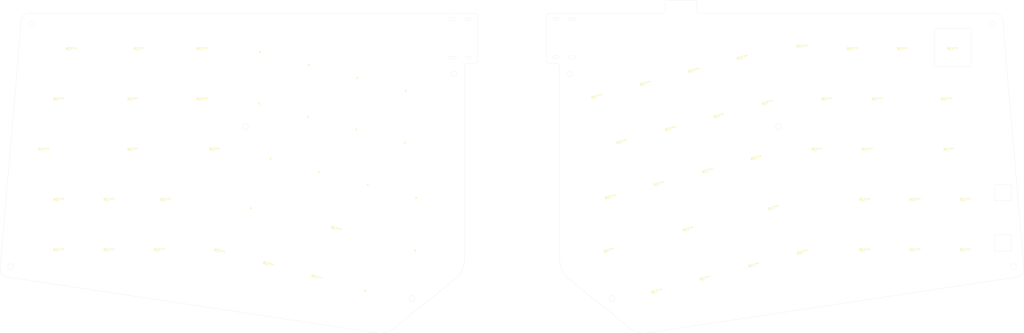
<source format=kicad_pcb>
(kicad_pcb (version 20171130) (host pcbnew "(5.1.4-0-10_14)")

  (general
    (thickness 1.6)
    (drawings 95)
    (tracks 0)
    (zones 0)
    (modules 69)
    (nets 1)
  )

  (page A3)
  (layers
    (0 F.Cu signal)
    (31 B.Cu signal)
    (32 B.Adhes user)
    (33 F.Adhes user)
    (34 B.Paste user)
    (35 F.Paste user)
    (36 B.SilkS user)
    (37 F.SilkS user)
    (38 B.Mask user)
    (39 F.Mask user)
    (40 Dwgs.User user)
    (41 Cmts.User user)
    (42 Eco1.User user)
    (43 Eco2.User user)
    (44 Edge.Cuts user)
    (45 Margin user)
    (46 B.CrtYd user)
    (47 F.CrtYd user)
    (48 B.Fab user)
    (49 F.Fab user)
  )

  (setup
    (last_trace_width 0.25)
    (trace_clearance 0.2)
    (zone_clearance 0.508)
    (zone_45_only yes)
    (trace_min 0.2)
    (via_size 0.8)
    (via_drill 0.4)
    (via_min_size 0.4)
    (via_min_drill 0.3)
    (uvia_size 0.3)
    (uvia_drill 0.1)
    (uvias_allowed no)
    (uvia_min_size 0.2)
    (uvia_min_drill 0.1)
    (edge_width 0.05)
    (segment_width 0.2)
    (pcb_text_width 0.3)
    (pcb_text_size 1.5 1.5)
    (mod_edge_width 0.12)
    (mod_text_size 1 1)
    (mod_text_width 0.15)
    (pad_size 1.7 1.7)
    (pad_drill 0.9)
    (pad_to_mask_clearance 0.051)
    (solder_mask_min_width 0.25)
    (aux_axis_origin 25.148 18.3055)
    (grid_origin 391.1925 18.45)
    (visible_elements FFFFFF7F)
    (pcbplotparams
      (layerselection 0x014fc_ffffffff)
      (usegerberextensions false)
      (usegerberattributes false)
      (usegerberadvancedattributes false)
      (creategerberjobfile false)
      (excludeedgelayer true)
      (linewidth 0.100000)
      (plotframeref false)
      (viasonmask false)
      (mode 1)
      (useauxorigin false)
      (hpglpennumber 1)
      (hpglpenspeed 20)
      (hpglpendiameter 15.000000)
      (psnegative false)
      (psa4output false)
      (plotreference true)
      (plotvalue true)
      (plotinvisibletext false)
      (padsonsilk false)
      (subtractmaskfromsilk false)
      (outputformat 3)
      (mirror false)
      (drillshape 0)
      (scaleselection 1)
      (outputdirectory "ppp/"))
  )

  (net 0 "")

  (net_class Default "これはデフォルトのネット クラスです。"
    (clearance 0.2)
    (trace_width 0.25)
    (via_dia 0.8)
    (via_drill 0.4)
    (uvia_dia 0.3)
    (uvia_drill 0.1)
  )

  (net_class power ""
    (clearance 0.2)
    (trace_width 0.381)
    (via_dia 0.8)
    (via_drill 0.4)
    (uvia_dia 0.3)
    (uvia_drill 0.1)
  )

  (module miyajima:dobrock-platehole-mx-2u-stab (layer F.Cu) (tedit 5F8A9C36) (tstamp 5F8AF05A)
    (at 274.794975 99.808939 15)
    (fp_text reference REF** (at 0 0.5 15) (layer F.SilkS)
      (effects (font (size 1 1) (thickness 0.15)))
    )
    (fp_text value dobrock-platehole-mx-2u-stab (at 0 -1.7 15) (layer F.Fab)
      (effects (font (size 1 1) (thickness 0.15)))
    )
    (fp_text user "w31.8, h20.3" (at -0.1 -5.35 15) (layer Eco2.User)
      (effects (font (size 1 1) (thickness 0.15)))
    )
    (fp_line (start -15.6 -11) (end 15.6 -11) (layer Eco1.User) (width 0.12))
    (fp_line (start -15.9 -10.7) (end -15.9 9) (layer Eco1.User) (width 0.12))
    (fp_line (start -7 7.6) (end -7 9) (layer Eco1.User) (width 0.12))
    (fp_line (start -7.3 9.3) (end -15.6 9.3) (layer Eco1.User) (width 0.12))
    (fp_line (start 15.9 -10.7) (end 15.9 9) (layer Eco1.User) (width 0.12))
    (fp_line (start 7 7.6) (end 7 9) (layer Eco1.User) (width 0.12))
    (fp_line (start 7.3 9.3) (end 15.6 9.3) (layer Eco1.User) (width 0.12))
    (fp_arc (start -15.6 -10.7) (end -15.6 -11) (angle -90) (layer Eco1.User) (width 0.12))
    (fp_arc (start 15.6 -10.7) (end 15.9 -10.7) (angle -90) (layer Eco1.User) (width 0.12))
    (fp_arc (start 15.6 9) (end 15.6 9.3) (angle -90) (layer Eco1.User) (width 0.12))
    (fp_arc (start 7.3 9) (end 7 9) (angle -90) (layer Eco1.User) (width 0.12))
    (fp_arc (start -15.6 9) (end -15.9 9) (angle -90) (layer Eco1.User) (width 0.12))
    (fp_arc (start -7.3 9) (end -7.3 9.3) (angle -90) (layer Eco1.User) (width 0.12))
    (fp_line (start -6.7 7.3) (end 6.7 7.3) (layer Eco1.User) (width 0.12))
    (fp_arc (start -6.7 7.6) (end -6.7 7.3) (angle -90) (layer Eco1.User) (width 0.12))
    (fp_arc (start 6.7 7.6) (end 7 7.6) (angle -90) (layer Eco1.User) (width 0.12))
  )

  (module miyajima:dobrock-platehole-mx-2u-stab (layer F.Cu) (tedit 5F8A9C36) (tstamp 5F8AF044)
    (at 373.76375 69.55)
    (fp_text reference REF** (at 0 0.5) (layer F.SilkS)
      (effects (font (size 1 1) (thickness 0.15)))
    )
    (fp_text value dobrock-platehole-mx-2u-stab (at 0 -1.7) (layer F.Fab)
      (effects (font (size 1 1) (thickness 0.15)))
    )
    (fp_arc (start 6.7 7.6) (end 7 7.6) (angle -90) (layer Eco1.User) (width 0.12))
    (fp_arc (start -6.7 7.6) (end -6.7 7.3) (angle -90) (layer Eco1.User) (width 0.12))
    (fp_line (start -6.7 7.3) (end 6.7 7.3) (layer Eco1.User) (width 0.12))
    (fp_arc (start -7.3 9) (end -7.3 9.3) (angle -90) (layer Eco1.User) (width 0.12))
    (fp_arc (start -15.6 9) (end -15.9 9) (angle -90) (layer Eco1.User) (width 0.12))
    (fp_arc (start 7.3 9) (end 7 9) (angle -90) (layer Eco1.User) (width 0.12))
    (fp_arc (start 15.6 9) (end 15.6 9.3) (angle -90) (layer Eco1.User) (width 0.12))
    (fp_arc (start 15.6 -10.7) (end 15.9 -10.7) (angle -90) (layer Eco1.User) (width 0.12))
    (fp_arc (start -15.6 -10.7) (end -15.6 -11) (angle -90) (layer Eco1.User) (width 0.12))
    (fp_line (start 7.3 9.3) (end 15.6 9.3) (layer Eco1.User) (width 0.12))
    (fp_line (start 7 7.6) (end 7 9) (layer Eco1.User) (width 0.12))
    (fp_line (start 15.9 -10.7) (end 15.9 9) (layer Eco1.User) (width 0.12))
    (fp_line (start -7.3 9.3) (end -15.6 9.3) (layer Eco1.User) (width 0.12))
    (fp_line (start -7 7.6) (end -7 9) (layer Eco1.User) (width 0.12))
    (fp_line (start -15.9 -10.7) (end -15.9 9) (layer Eco1.User) (width 0.12))
    (fp_line (start -15.6 -11) (end 15.6 -11) (layer Eco1.User) (width 0.12))
    (fp_text user "w31.8, h20.3" (at -0.1 -5.35) (layer Eco2.User)
      (effects (font (size 1 1) (thickness 0.15)))
    )
  )

  (module miyajima:dobrock-platehole-mx-2u-stab (layer F.Cu) (tedit 5F8A9C36) (tstamp 5F8AEEE0)
    (at 141.714263 99.655692 345)
    (fp_text reference REF** (at 0 0.5 165) (layer F.SilkS)
      (effects (font (size 1 1) (thickness 0.15)))
    )
    (fp_text value dobrock-platehole-mx-2u-stab (at 0 -1.7 165) (layer F.Fab)
      (effects (font (size 1 1) (thickness 0.15)))
    )
    (fp_arc (start 6.7 7.6) (end 7 7.6) (angle -90) (layer Eco1.User) (width 0.12))
    (fp_arc (start -6.7 7.6) (end -6.7 7.3) (angle -90) (layer Eco1.User) (width 0.12))
    (fp_line (start -6.7 7.3) (end 6.7 7.3) (layer Eco1.User) (width 0.12))
    (fp_arc (start -7.3 9) (end -7.3 9.3) (angle -90) (layer Eco1.User) (width 0.12))
    (fp_arc (start -15.6 9) (end -15.9 9) (angle -90) (layer Eco1.User) (width 0.12))
    (fp_arc (start 7.3 9) (end 7 9) (angle -90) (layer Eco1.User) (width 0.12))
    (fp_arc (start 15.6 9) (end 15.6 9.3) (angle -90) (layer Eco1.User) (width 0.12))
    (fp_arc (start 15.6 -10.7) (end 15.9 -10.7) (angle -90) (layer Eco1.User) (width 0.12))
    (fp_arc (start -15.6 -10.7) (end -15.6 -11) (angle -90) (layer Eco1.User) (width 0.12))
    (fp_line (start 7.3 9.3) (end 15.6 9.3) (layer Eco1.User) (width 0.12))
    (fp_line (start 7 7.6) (end 7 9) (layer Eco1.User) (width 0.12))
    (fp_line (start 15.9 -10.7) (end 15.9 9) (layer Eco1.User) (width 0.12))
    (fp_line (start -7.3 9.3) (end -15.6 9.3) (layer Eco1.User) (width 0.12))
    (fp_line (start -7 7.6) (end -7 9) (layer Eco1.User) (width 0.12))
    (fp_line (start -15.9 -10.7) (end -15.9 9) (layer Eco1.User) (width 0.12))
    (fp_line (start -15.6 -11) (end 15.6 -11) (layer Eco1.User) (width 0.12))
    (fp_text user "w31.8, h20.3" (at -0.1 -5.35 165) (layer Eco2.User)
      (effects (font (size 1 1) (thickness 0.15)))
    )
  )

  (module miyajima:dobrock-platehole-mx-2u-stab (layer F.Cu) (tedit 5F8A9C36) (tstamp 5F8AEE53)
    (at 64.52425 69.5455)
    (fp_text reference REF** (at 0 0.5) (layer F.SilkS)
      (effects (font (size 1 1) (thickness 0.15)))
    )
    (fp_text value dobrock-platehole-mx-2u-stab (at 0 -1.7) (layer F.Fab)
      (effects (font (size 1 1) (thickness 0.15)))
    )
    (fp_arc (start 6.7 7.6) (end 7 7.6) (angle -90) (layer Eco1.User) (width 0.12))
    (fp_arc (start -6.7 7.6) (end -6.7 7.3) (angle -90) (layer Eco1.User) (width 0.12))
    (fp_line (start -6.7 7.3) (end 6.7 7.3) (layer Eco1.User) (width 0.12))
    (fp_arc (start -7.3 9) (end -7.3 9.3) (angle -90) (layer Eco1.User) (width 0.12))
    (fp_arc (start -15.6 9) (end -15.9 9) (angle -90) (layer Eco1.User) (width 0.12))
    (fp_arc (start 7.3 9) (end 7 9) (angle -90) (layer Eco1.User) (width 0.12))
    (fp_arc (start 15.6 9) (end 15.6 9.3) (angle -90) (layer Eco1.User) (width 0.12))
    (fp_arc (start 15.6 -10.7) (end 15.9 -10.7) (angle -90) (layer Eco1.User) (width 0.12))
    (fp_arc (start -15.6 -10.7) (end -15.6 -11) (angle -90) (layer Eco1.User) (width 0.12))
    (fp_line (start 7.3 9.3) (end 15.6 9.3) (layer Eco1.User) (width 0.12))
    (fp_line (start 7 7.6) (end 7 9) (layer Eco1.User) (width 0.12))
    (fp_line (start 15.9 -10.7) (end 15.9 9) (layer Eco1.User) (width 0.12))
    (fp_line (start -7.3 9.3) (end -15.6 9.3) (layer Eco1.User) (width 0.12))
    (fp_line (start -7 7.6) (end -7 9) (layer Eco1.User) (width 0.12))
    (fp_line (start -15.9 -10.7) (end -15.9 9) (layer Eco1.User) (width 0.12))
    (fp_line (start -15.6 -11) (end 15.6 -11) (layer Eco1.User) (width 0.12))
    (fp_text user "w31.8, h20.3" (at -0.1 -5.35) (layer Eco2.User)
      (effects (font (size 1 1) (thickness 0.15)))
    )
  )

  (module miyajima:dobrock-platehole-choc-1u (layer F.Cu) (tedit 5F846483) (tstamp 5F8A2B33)
    (at 318.061768 108.525361 15)
    (fp_text reference REF** (at 0 0.5 15) (layer F.SilkS)
      (effects (font (size 1 1) (thickness 0.15)))
    )
    (fp_text value dobrock-platehole-choc-1u (at 0 -0.5 15) (layer F.Fab)
      (effects (font (size 1 1) (thickness 0.15)))
    )
    (fp_text user "w14, h14" (at -0.1 -5.35 15) (layer Eco2.User)
      (effects (font (size 1 1) (thickness 0.15)))
    )
    (fp_arc (start 6.7 -6.7) (end 7 -6.7) (angle -90) (layer Eco1.User) (width 0.12))
    (fp_arc (start 6.7 6.7) (end 6.7 7) (angle -90) (layer Eco1.User) (width 0.12))
    (fp_arc (start -6.7 6.7) (end -7 6.7) (angle -90) (layer Eco1.User) (width 0.12))
    (fp_arc (start -6.7 -6.7) (end -6.7 -7) (angle -90) (layer Eco1.User) (width 0.12))
    (fp_line (start -7 6.7) (end -7 -6.7) (layer Eco1.User) (width 0.12))
    (fp_line (start 6.7 7) (end -6.7 7) (layer Eco1.User) (width 0.12))
    (fp_line (start 7 -6.7) (end 7 6.7) (layer Eco1.User) (width 0.12))
    (fp_line (start -6.7 -7) (end 6.7 -7) (layer Eco1.User) (width 0.12))
  )

  (module miyajima:dobrock-platehole-choc-1u (layer F.Cu) (tedit 5F846483) (tstamp 5F8A2B1B)
    (at 299.659448 113.459321 15)
    (fp_text reference REF** (at 0 0.5 15) (layer F.SilkS)
      (effects (font (size 1 1) (thickness 0.15)))
    )
    (fp_text value dobrock-platehole-choc-1u (at 0 -0.5 15) (layer F.Fab)
      (effects (font (size 1 1) (thickness 0.15)))
    )
    (fp_line (start -6.7 -7) (end 6.7 -7) (layer Eco1.User) (width 0.12))
    (fp_line (start 7 -6.7) (end 7 6.7) (layer Eco1.User) (width 0.12))
    (fp_line (start 6.7 7) (end -6.7 7) (layer Eco1.User) (width 0.12))
    (fp_line (start -7 6.7) (end -7 -6.7) (layer Eco1.User) (width 0.12))
    (fp_arc (start -6.7 -6.7) (end -6.7 -7) (angle -90) (layer Eco1.User) (width 0.12))
    (fp_arc (start -6.7 6.7) (end -7 6.7) (angle -90) (layer Eco1.User) (width 0.12))
    (fp_arc (start 6.7 6.7) (end 6.7 7) (angle -90) (layer Eco1.User) (width 0.12))
    (fp_arc (start 6.7 -6.7) (end 7 -6.7) (angle -90) (layer Eco1.User) (width 0.12))
    (fp_text user "w14, h14" (at -0.1 -5.35 15) (layer Eco2.User)
      (effects (font (size 1 1) (thickness 0.15)))
    )
  )

  (module miyajima:dobrock-platehole-choc-1u (layer F.Cu) (tedit 5F846483) (tstamp 5F8A2B03)
    (at 281.257128 118.393281 15)
    (fp_text reference REF** (at 0 0.5 15) (layer F.SilkS)
      (effects (font (size 1 1) (thickness 0.15)))
    )
    (fp_text value dobrock-platehole-choc-1u (at 0 -0.5 15) (layer F.Fab)
      (effects (font (size 1 1) (thickness 0.15)))
    )
    (fp_text user "w14, h14" (at -0.1 -5.35 15) (layer Eco2.User)
      (effects (font (size 1 1) (thickness 0.15)))
    )
    (fp_arc (start 6.7 -6.7) (end 7 -6.7) (angle -90) (layer Eco1.User) (width 0.12))
    (fp_arc (start 6.7 6.7) (end 6.7 7) (angle -90) (layer Eco1.User) (width 0.12))
    (fp_arc (start -6.7 6.7) (end -7 6.7) (angle -90) (layer Eco1.User) (width 0.12))
    (fp_arc (start -6.7 -6.7) (end -6.7 -7) (angle -90) (layer Eco1.User) (width 0.12))
    (fp_line (start -7 6.7) (end -7 -6.7) (layer Eco1.User) (width 0.12))
    (fp_line (start 6.7 7) (end -6.7 7) (layer Eco1.User) (width 0.12))
    (fp_line (start 7 -6.7) (end 7 6.7) (layer Eco1.User) (width 0.12))
    (fp_line (start -6.7 -7) (end 6.7 -7) (layer Eco1.User) (width 0.12))
  )

  (module miyajima:dobrock-platehole-choc-1u (layer F.Cu) (tedit 5F846483) (tstamp 5F8A2A8C)
    (at 134.331994 117.993316 345)
    (fp_text reference REF** (at 0 0.5 165) (layer F.SilkS)
      (effects (font (size 1 1) (thickness 0.15)))
    )
    (fp_text value dobrock-platehole-choc-1u (at 0 -0.5 165) (layer F.Fab)
      (effects (font (size 1 1) (thickness 0.15)))
    )
    (fp_text user "w14, h14" (at -0.1 -5.35 165) (layer Eco2.User)
      (effects (font (size 1 1) (thickness 0.15)))
    )
    (fp_arc (start 6.7 -6.7) (end 7 -6.7) (angle -90) (layer Eco1.User) (width 0.12))
    (fp_arc (start 6.7 6.7) (end 6.7 7) (angle -90) (layer Eco1.User) (width 0.12))
    (fp_arc (start -6.7 6.7) (end -7 6.7) (angle -90) (layer Eco1.User) (width 0.12))
    (fp_arc (start -6.7 -6.7) (end -6.7 -7) (angle -90) (layer Eco1.User) (width 0.12))
    (fp_line (start -7 6.7) (end -7 -6.7) (layer Eco1.User) (width 0.12))
    (fp_line (start 6.7 7) (end -6.7 7) (layer Eco1.User) (width 0.12))
    (fp_line (start 7 -6.7) (end 7 6.7) (layer Eco1.User) (width 0.12))
    (fp_line (start -6.7 -7) (end 6.7 -7) (layer Eco1.User) (width 0.12))
  )

  (module miyajima:dobrock-platehole-choc-1u (layer F.Cu) (tedit 5F846483) (tstamp 5F8A2A74)
    (at 115.929674 113.059356 345)
    (fp_text reference REF** (at 0 0.5 165) (layer F.SilkS)
      (effects (font (size 1 1) (thickness 0.15)))
    )
    (fp_text value dobrock-platehole-choc-1u (at 0 -0.5 165) (layer F.Fab)
      (effects (font (size 1 1) (thickness 0.15)))
    )
    (fp_line (start -6.7 -7) (end 6.7 -7) (layer Eco1.User) (width 0.12))
    (fp_line (start 7 -6.7) (end 7 6.7) (layer Eco1.User) (width 0.12))
    (fp_line (start 6.7 7) (end -6.7 7) (layer Eco1.User) (width 0.12))
    (fp_line (start -7 6.7) (end -7 -6.7) (layer Eco1.User) (width 0.12))
    (fp_arc (start -6.7 -6.7) (end -6.7 -7) (angle -90) (layer Eco1.User) (width 0.12))
    (fp_arc (start -6.7 6.7) (end -7 6.7) (angle -90) (layer Eco1.User) (width 0.12))
    (fp_arc (start 6.7 6.7) (end 6.7 7) (angle -90) (layer Eco1.User) (width 0.12))
    (fp_arc (start 6.7 -6.7) (end 7 -6.7) (angle -90) (layer Eco1.User) (width 0.12))
    (fp_text user "w14, h14" (at -0.1 -5.35 165) (layer Eco2.User)
      (effects (font (size 1 1) (thickness 0.15)))
    )
  )

  (module miyajima:dobrock-platehole-choc-1u (layer F.Cu) (tedit 5F846483) (tstamp 5F8A2A5C)
    (at 97.527354 108.125396 345)
    (fp_text reference REF** (at 0 0.5 165) (layer F.SilkS)
      (effects (font (size 1 1) (thickness 0.15)))
    )
    (fp_text value dobrock-platehole-choc-1u (at 0 -0.5 165) (layer F.Fab)
      (effects (font (size 1 1) (thickness 0.15)))
    )
    (fp_text user "w14, h14" (at -0.1 -5.35 165) (layer Eco2.User)
      (effects (font (size 1 1) (thickness 0.15)))
    )
    (fp_arc (start 6.7 -6.7) (end 7 -6.7) (angle -90) (layer Eco1.User) (width 0.12))
    (fp_arc (start 6.7 6.7) (end 6.7 7) (angle -90) (layer Eco1.User) (width 0.12))
    (fp_arc (start -6.7 6.7) (end -7 6.7) (angle -90) (layer Eco1.User) (width 0.12))
    (fp_arc (start -6.7 -6.7) (end -6.7 -7) (angle -90) (layer Eco1.User) (width 0.12))
    (fp_line (start -7 6.7) (end -7 -6.7) (layer Eco1.User) (width 0.12))
    (fp_line (start 6.7 7) (end -6.7 7) (layer Eco1.User) (width 0.12))
    (fp_line (start 7 -6.7) (end 7 6.7) (layer Eco1.User) (width 0.12))
    (fp_line (start -6.7 -7) (end 6.7 -7) (layer Eco1.User) (width 0.12))
  )

  (module miyajima:dobrock-platehole-mx-1u (layer F.Cu) (tedit 5F84601E) (tstamp 5F8A247F)
    (at 152.734314 122.927276 345)
    (fp_text reference u (at 0 0.5 165) (layer F.SilkS)
      (effects (font (size 1 1) (thickness 0.15)))
    )
    (fp_text value dobrock-platehole-mx-1u (at 0 -0.5 165) (layer F.Fab)
      (effects (font (size 1 1) (thickness 0.15)))
    )
    (fp_line (start -6.7 -7.25) (end 6.7 -7.25) (layer Eco1.User) (width 0.12))
    (fp_line (start 7 -6.95) (end 7 6.95) (layer Eco1.User) (width 0.12))
    (fp_line (start 6.7 7.25) (end -6.7 7.25) (layer Eco1.User) (width 0.12))
    (fp_line (start -7 6.95) (end -7 -6.95) (layer Eco1.User) (width 0.12))
    (fp_arc (start -6.7 -6.95) (end -6.7 -7.25) (angle -90) (layer Eco1.User) (width 0.12))
    (fp_arc (start -6.7 6.95) (end -7 6.95) (angle -90) (layer Eco1.User) (width 0.12))
    (fp_arc (start 6.7 6.95) (end 6.7 7.25) (angle -90) (layer Eco1.User) (width 0.12))
    (fp_arc (start 6.7 -6.95) (end 7 -6.95) (angle -90) (layer Eco1.User) (width 0.12))
    (fp_text user "w14, h14.5" (at -0.1 -5.35 165) (layer Eco2.User)
      (effects (font (size 1 1) (thickness 0.15)))
    )
  )

  (module miyajima:dobrock-platehole-mx-1u (layer F.Cu) (tedit 5F84601E) (tstamp 5F8A2467)
    (at 109.362184 91.573331 345)
    (fp_text reference u (at 0 0.5 165) (layer F.SilkS)
      (effects (font (size 1 1) (thickness 0.15)))
    )
    (fp_text value dobrock-platehole-mx-1u (at 0 -0.5 165) (layer F.Fab)
      (effects (font (size 1 1) (thickness 0.15)))
    )
    (fp_text user "w14, h14.5" (at -0.1 -5.35 165) (layer Eco2.User)
      (effects (font (size 1 1) (thickness 0.15)))
    )
    (fp_arc (start 6.7 -6.95) (end 7 -6.95) (angle -90) (layer Eco1.User) (width 0.12))
    (fp_arc (start 6.7 6.95) (end 6.7 7.25) (angle -90) (layer Eco1.User) (width 0.12))
    (fp_arc (start -6.7 6.95) (end -7 6.95) (angle -90) (layer Eco1.User) (width 0.12))
    (fp_arc (start -6.7 -6.95) (end -6.7 -7.25) (angle -90) (layer Eco1.User) (width 0.12))
    (fp_line (start -7 6.95) (end -7 -6.95) (layer Eco1.User) (width 0.12))
    (fp_line (start 6.7 7.25) (end -6.7 7.25) (layer Eco1.User) (width 0.12))
    (fp_line (start 7 -6.95) (end 7 6.95) (layer Eco1.User) (width 0.12))
    (fp_line (start -6.7 -7.25) (end 6.7 -7.25) (layer Eco1.User) (width 0.12))
  )

  (module miyajima:dobrock-platehole-mx-1u (layer F.Cu) (tedit 5F84601E) (tstamp 5F8A2437)
    (at 171.618033 107.673377 345)
    (fp_text reference u (at 0 0.5 165) (layer F.SilkS)
      (effects (font (size 1 1) (thickness 0.15)))
    )
    (fp_text value dobrock-platehole-mx-1u (at 0 -0.5 165) (layer F.Fab)
      (effects (font (size 1 1) (thickness 0.15)))
    )
    (fp_text user "w14, h14.5" (at -0.1 -5.35 165) (layer Eco2.User)
      (effects (font (size 1 1) (thickness 0.15)))
    )
    (fp_arc (start 6.7 -6.95) (end 7 -6.95) (angle -90) (layer Eco1.User) (width 0.12))
    (fp_arc (start 6.7 6.95) (end 6.7 7.25) (angle -90) (layer Eco1.User) (width 0.12))
    (fp_arc (start -6.7 6.95) (end -7 6.95) (angle -90) (layer Eco1.User) (width 0.12))
    (fp_arc (start -6.7 -6.95) (end -6.7 -7.25) (angle -90) (layer Eco1.User) (width 0.12))
    (fp_line (start -7 6.95) (end -7 -6.95) (layer Eco1.User) (width 0.12))
    (fp_line (start 6.7 7.25) (end -6.7 7.25) (layer Eco1.User) (width 0.12))
    (fp_line (start 7 -6.95) (end 7 6.95) (layer Eco1.User) (width 0.12))
    (fp_line (start -6.7 -7.25) (end 6.7 -7.25) (layer Eco1.User) (width 0.12))
  )

  (module miyajima:dobrock-platehole-mx-1u (layer F.Cu) (tedit 5F84601E) (tstamp 5F8A241F)
    (at 172.050043 87.669523 345)
    (fp_text reference u (at 0 0.5 165) (layer F.SilkS)
      (effects (font (size 1 1) (thickness 0.15)))
    )
    (fp_text value dobrock-platehole-mx-1u (at 0 -0.5 165) (layer F.Fab)
      (effects (font (size 1 1) (thickness 0.15)))
    )
    (fp_line (start -6.7 -7.25) (end 6.7 -7.25) (layer Eco1.User) (width 0.12))
    (fp_line (start 7 -6.95) (end 7 6.95) (layer Eco1.User) (width 0.12))
    (fp_line (start 6.7 7.25) (end -6.7 7.25) (layer Eco1.User) (width 0.12))
    (fp_line (start -7 6.95) (end -7 -6.95) (layer Eco1.User) (width 0.12))
    (fp_arc (start -6.7 -6.95) (end -6.7 -7.25) (angle -90) (layer Eco1.User) (width 0.12))
    (fp_arc (start -6.7 6.95) (end -7 6.95) (angle -90) (layer Eco1.User) (width 0.12))
    (fp_arc (start 6.7 6.95) (end 6.7 7.25) (angle -90) (layer Eco1.User) (width 0.12))
    (fp_arc (start 6.7 -6.95) (end 7 -6.95) (angle -90) (layer Eco1.User) (width 0.12))
    (fp_text user "w14, h14.5" (at -0.1 -5.35 165) (layer Eco2.User)
      (effects (font (size 1 1) (thickness 0.15)))
    )
  )

  (module miyajima:dobrock-platehole-mx-1u (layer F.Cu) (tedit 5F84601E) (tstamp 5F8A2407)
    (at 153.647743 82.735571 345)
    (fp_text reference u (at 0 0.5 165) (layer F.SilkS)
      (effects (font (size 1 1) (thickness 0.15)))
    )
    (fp_text value dobrock-platehole-mx-1u (at 0 -0.5 165) (layer F.Fab)
      (effects (font (size 1 1) (thickness 0.15)))
    )
    (fp_text user "w14, h14.5" (at -0.1 -5.35 165) (layer Eco2.User)
      (effects (font (size 1 1) (thickness 0.15)))
    )
    (fp_arc (start 6.7 -6.95) (end 7 -6.95) (angle -90) (layer Eco1.User) (width 0.12))
    (fp_arc (start 6.7 6.95) (end 6.7 7.25) (angle -90) (layer Eco1.User) (width 0.12))
    (fp_arc (start -6.7 6.95) (end -7 6.95) (angle -90) (layer Eco1.User) (width 0.12))
    (fp_arc (start -6.7 -6.95) (end -6.7 -7.25) (angle -90) (layer Eco1.User) (width 0.12))
    (fp_line (start -7 6.95) (end -7 -6.95) (layer Eco1.User) (width 0.12))
    (fp_line (start 6.7 7.25) (end -6.7 7.25) (layer Eco1.User) (width 0.12))
    (fp_line (start 7 -6.95) (end 7 6.95) (layer Eco1.User) (width 0.12))
    (fp_line (start -6.7 -7.25) (end 6.7 -7.25) (layer Eco1.User) (width 0.12))
  )

  (module miyajima:dobrock-platehole-mx-1u (layer F.Cu) (tedit 5F84601E) (tstamp 5F8A23EF)
    (at 135.245443 77.801619 345)
    (fp_text reference u (at 0 0.5 165) (layer F.SilkS)
      (effects (font (size 1 1) (thickness 0.15)))
    )
    (fp_text value dobrock-platehole-mx-1u (at 0 -0.5 165) (layer F.Fab)
      (effects (font (size 1 1) (thickness 0.15)))
    )
    (fp_line (start -6.7 -7.25) (end 6.7 -7.25) (layer Eco1.User) (width 0.12))
    (fp_line (start 7 -6.95) (end 7 6.95) (layer Eco1.User) (width 0.12))
    (fp_line (start 6.7 7.25) (end -6.7 7.25) (layer Eco1.User) (width 0.12))
    (fp_line (start -7 6.95) (end -7 -6.95) (layer Eco1.User) (width 0.12))
    (fp_arc (start -6.7 -6.95) (end -6.7 -7.25) (angle -90) (layer Eco1.User) (width 0.12))
    (fp_arc (start -6.7 6.95) (end -7 6.95) (angle -90) (layer Eco1.User) (width 0.12))
    (fp_arc (start 6.7 6.95) (end 6.7 7.25) (angle -90) (layer Eco1.User) (width 0.12))
    (fp_arc (start 6.7 -6.95) (end 7 -6.95) (angle -90) (layer Eco1.User) (width 0.12))
    (fp_text user "w14, h14.5" (at -0.1 -5.35 165) (layer Eco2.User)
      (effects (font (size 1 1) (thickness 0.15)))
    )
  )

  (module miyajima:dobrock-platehole-mx-1u (layer F.Cu) (tedit 5F84601E) (tstamp 5F8A23D7)
    (at 116.843143 72.867667 345)
    (fp_text reference u (at 0 0.5 165) (layer F.SilkS)
      (effects (font (size 1 1) (thickness 0.15)))
    )
    (fp_text value dobrock-platehole-mx-1u (at 0 -0.5 165) (layer F.Fab)
      (effects (font (size 1 1) (thickness 0.15)))
    )
    (fp_text user "w14, h14.5" (at -0.1 -5.35 165) (layer Eco2.User)
      (effects (font (size 1 1) (thickness 0.15)))
    )
    (fp_arc (start 6.7 -6.95) (end 7 -6.95) (angle -90) (layer Eco1.User) (width 0.12))
    (fp_arc (start 6.7 6.95) (end 6.7 7.25) (angle -90) (layer Eco1.User) (width 0.12))
    (fp_arc (start -6.7 6.95) (end -7 6.95) (angle -90) (layer Eco1.User) (width 0.12))
    (fp_arc (start -6.7 -6.95) (end -6.7 -7.25) (angle -90) (layer Eco1.User) (width 0.12))
    (fp_line (start -7 6.95) (end -7 -6.95) (layer Eco1.User) (width 0.12))
    (fp_line (start 6.7 7.25) (end -6.7 7.25) (layer Eco1.User) (width 0.12))
    (fp_line (start 7 -6.95) (end 7 6.95) (layer Eco1.User) (width 0.12))
    (fp_line (start -6.7 -7.25) (end 6.7 -7.25) (layer Eco1.User) (width 0.12))
  )

  (module miyajima:dobrock-platehole-mx-1u (layer F.Cu) (tedit 5F84601E) (tstamp 5F8A2385)
    (at 112.575938 51.998389 345)
    (fp_text reference u (at 0 0.5 165) (layer F.SilkS)
      (effects (font (size 1 1) (thickness 0.15)))
    )
    (fp_text value dobrock-platehole-mx-1u (at 0 -0.5 165) (layer F.Fab)
      (effects (font (size 1 1) (thickness 0.15)))
    )
    (fp_text user "w14, h14.5" (at -0.1 -5.35 165) (layer Eco2.User)
      (effects (font (size 1 1) (thickness 0.15)))
    )
    (fp_arc (start 6.7 -6.95) (end 7 -6.95) (angle -90) (layer Eco1.User) (width 0.12))
    (fp_arc (start 6.7 6.95) (end 6.7 7.25) (angle -90) (layer Eco1.User) (width 0.12))
    (fp_arc (start -6.7 6.95) (end -7 6.95) (angle -90) (layer Eco1.User) (width 0.12))
    (fp_arc (start -6.7 -6.95) (end -6.7 -7.25) (angle -90) (layer Eco1.User) (width 0.12))
    (fp_line (start -7 6.95) (end -7 -6.95) (layer Eco1.User) (width 0.12))
    (fp_line (start 6.7 7.25) (end -6.7 7.25) (layer Eco1.User) (width 0.12))
    (fp_line (start 7 -6.95) (end 7 6.95) (layer Eco1.User) (width 0.12))
    (fp_line (start -6.7 -7.25) (end 6.7 -7.25) (layer Eco1.User) (width 0.12))
  )

  (module miyajima:dobrock-platehole-mx-1u (layer F.Cu) (tedit 5F84601E) (tstamp 5F8A236D)
    (at 130.978258 56.932349 345)
    (fp_text reference u (at 0 0.5 165) (layer F.SilkS)
      (effects (font (size 1 1) (thickness 0.15)))
    )
    (fp_text value dobrock-platehole-mx-1u (at 0 -0.5 165) (layer F.Fab)
      (effects (font (size 1 1) (thickness 0.15)))
    )
    (fp_line (start -6.7 -7.25) (end 6.7 -7.25) (layer Eco1.User) (width 0.12))
    (fp_line (start 7 -6.95) (end 7 6.95) (layer Eco1.User) (width 0.12))
    (fp_line (start 6.7 7.25) (end -6.7 7.25) (layer Eco1.User) (width 0.12))
    (fp_line (start -7 6.95) (end -7 -6.95) (layer Eco1.User) (width 0.12))
    (fp_arc (start -6.7 -6.95) (end -6.7 -7.25) (angle -90) (layer Eco1.User) (width 0.12))
    (fp_arc (start -6.7 6.95) (end -7 6.95) (angle -90) (layer Eco1.User) (width 0.12))
    (fp_arc (start 6.7 6.95) (end 6.7 7.25) (angle -90) (layer Eco1.User) (width 0.12))
    (fp_arc (start 6.7 -6.95) (end 7 -6.95) (angle -90) (layer Eco1.User) (width 0.12))
    (fp_text user "w14, h14.5" (at -0.1 -5.35 165) (layer Eco2.User)
      (effects (font (size 1 1) (thickness 0.15)))
    )
  )

  (module miyajima:dobrock-platehole-mx-1u (layer F.Cu) (tedit 5F84601E) (tstamp 5F8A2355)
    (at 149.380578 61.866309 345)
    (fp_text reference u (at 0 0.5 165) (layer F.SilkS)
      (effects (font (size 1 1) (thickness 0.15)))
    )
    (fp_text value dobrock-platehole-mx-1u (at 0 -0.5 165) (layer F.Fab)
      (effects (font (size 1 1) (thickness 0.15)))
    )
    (fp_text user "w14, h14.5" (at -0.1 -5.35 165) (layer Eco2.User)
      (effects (font (size 1 1) (thickness 0.15)))
    )
    (fp_arc (start 6.7 -6.95) (end 7 -6.95) (angle -90) (layer Eco1.User) (width 0.12))
    (fp_arc (start 6.7 6.95) (end 6.7 7.25) (angle -90) (layer Eco1.User) (width 0.12))
    (fp_arc (start -6.7 6.95) (end -7 6.95) (angle -90) (layer Eco1.User) (width 0.12))
    (fp_arc (start -6.7 -6.95) (end -6.7 -7.25) (angle -90) (layer Eco1.User) (width 0.12))
    (fp_line (start -7 6.95) (end -7 -6.95) (layer Eco1.User) (width 0.12))
    (fp_line (start 6.7 7.25) (end -6.7 7.25) (layer Eco1.User) (width 0.12))
    (fp_line (start 7 -6.95) (end 7 6.95) (layer Eco1.User) (width 0.12))
    (fp_line (start -6.7 -7.25) (end 6.7 -7.25) (layer Eco1.User) (width 0.12))
  )

  (module miyajima:dobrock-platehole-mx-1u (layer F.Cu) (tedit 5F84601E) (tstamp 5F8A233D)
    (at 167.782898 66.800269 345)
    (fp_text reference u (at 0 0.5 165) (layer F.SilkS)
      (effects (font (size 1 1) (thickness 0.15)))
    )
    (fp_text value dobrock-platehole-mx-1u (at 0 -0.5 165) (layer F.Fab)
      (effects (font (size 1 1) (thickness 0.15)))
    )
    (fp_line (start -6.7 -7.25) (end 6.7 -7.25) (layer Eco1.User) (width 0.12))
    (fp_line (start 7 -6.95) (end 7 6.95) (layer Eco1.User) (width 0.12))
    (fp_line (start 6.7 7.25) (end -6.7 7.25) (layer Eco1.User) (width 0.12))
    (fp_line (start -7 6.95) (end -7 -6.95) (layer Eco1.User) (width 0.12))
    (fp_arc (start -6.7 -6.95) (end -6.7 -7.25) (angle -90) (layer Eco1.User) (width 0.12))
    (fp_arc (start -6.7 6.95) (end -7 6.95) (angle -90) (layer Eco1.User) (width 0.12))
    (fp_arc (start 6.7 6.95) (end 6.7 7.25) (angle -90) (layer Eco1.User) (width 0.12))
    (fp_arc (start 6.7 -6.95) (end 7 -6.95) (angle -90) (layer Eco1.User) (width 0.12))
    (fp_text user "w14, h14.5" (at -0.1 -5.35 165) (layer Eco2.User)
      (effects (font (size 1 1) (thickness 0.15)))
    )
  )

  (module miyajima:dobrock-platehole-mx-1u (layer F.Cu) (tedit 5F84601E) (tstamp 5F8A2325)
    (at 168.116268 47.164479 345)
    (fp_text reference u (at 0 0.5 165) (layer F.SilkS)
      (effects (font (size 1 1) (thickness 0.15)))
    )
    (fp_text value dobrock-platehole-mx-1u (at 0 -0.5 165) (layer F.Fab)
      (effects (font (size 1 1) (thickness 0.15)))
    )
    (fp_text user "w14, h14.5" (at -0.1 -5.35 165) (layer Eco2.User)
      (effects (font (size 1 1) (thickness 0.15)))
    )
    (fp_arc (start 6.7 -6.95) (end 7 -6.95) (angle -90) (layer Eco1.User) (width 0.12))
    (fp_arc (start 6.7 6.95) (end 6.7 7.25) (angle -90) (layer Eco1.User) (width 0.12))
    (fp_arc (start -6.7 6.95) (end -7 6.95) (angle -90) (layer Eco1.User) (width 0.12))
    (fp_arc (start -6.7 -6.95) (end -6.7 -7.25) (angle -90) (layer Eco1.User) (width 0.12))
    (fp_line (start -7 6.95) (end -7 -6.95) (layer Eco1.User) (width 0.12))
    (fp_line (start 6.7 7.25) (end -6.7 7.25) (layer Eco1.User) (width 0.12))
    (fp_line (start 7 -6.95) (end 7 6.95) (layer Eco1.User) (width 0.12))
    (fp_line (start -6.7 -7.25) (end 6.7 -7.25) (layer Eco1.User) (width 0.12))
  )

  (module miyajima:dobrock-platehole-mx-1u (layer F.Cu) (tedit 5F84601E) (tstamp 5F8A230D)
    (at 149.713948 42.230519 345)
    (fp_text reference u (at 0 0.5 165) (layer F.SilkS)
      (effects (font (size 1 1) (thickness 0.15)))
    )
    (fp_text value dobrock-platehole-mx-1u (at 0 -0.5 165) (layer F.Fab)
      (effects (font (size 1 1) (thickness 0.15)))
    )
    (fp_line (start -6.7 -7.25) (end 6.7 -7.25) (layer Eco1.User) (width 0.12))
    (fp_line (start 7 -6.95) (end 7 6.95) (layer Eco1.User) (width 0.12))
    (fp_line (start 6.7 7.25) (end -6.7 7.25) (layer Eco1.User) (width 0.12))
    (fp_line (start -7 6.95) (end -7 -6.95) (layer Eco1.User) (width 0.12))
    (fp_arc (start -6.7 -6.95) (end -6.7 -7.25) (angle -90) (layer Eco1.User) (width 0.12))
    (fp_arc (start -6.7 6.95) (end -7 6.95) (angle -90) (layer Eco1.User) (width 0.12))
    (fp_arc (start 6.7 6.95) (end 6.7 7.25) (angle -90) (layer Eco1.User) (width 0.12))
    (fp_arc (start 6.7 -6.95) (end 7 -6.95) (angle -90) (layer Eco1.User) (width 0.12))
    (fp_text user "w14, h14.5" (at -0.1 -5.35 165) (layer Eco2.User)
      (effects (font (size 1 1) (thickness 0.15)))
    )
  )

  (module miyajima:dobrock-platehole-mx-1u (layer F.Cu) (tedit 5F84601E) (tstamp 5F8A22F5)
    (at 131.311628 37.296559 345)
    (fp_text reference u (at 0 0.5 165) (layer F.SilkS)
      (effects (font (size 1 1) (thickness 0.15)))
    )
    (fp_text value dobrock-platehole-mx-1u (at 0 -0.5 165) (layer F.Fab)
      (effects (font (size 1 1) (thickness 0.15)))
    )
    (fp_text user "w14, h14.5" (at -0.1 -5.35 165) (layer Eco2.User)
      (effects (font (size 1 1) (thickness 0.15)))
    )
    (fp_arc (start 6.7 -6.95) (end 7 -6.95) (angle -90) (layer Eco1.User) (width 0.12))
    (fp_arc (start 6.7 6.95) (end 6.7 7.25) (angle -90) (layer Eco1.User) (width 0.12))
    (fp_arc (start -6.7 6.95) (end -7 6.95) (angle -90) (layer Eco1.User) (width 0.12))
    (fp_arc (start -6.7 -6.95) (end -6.7 -7.25) (angle -90) (layer Eco1.User) (width 0.12))
    (fp_line (start -7 6.95) (end -7 -6.95) (layer Eco1.User) (width 0.12))
    (fp_line (start 6.7 7.25) (end -6.7 7.25) (layer Eco1.User) (width 0.12))
    (fp_line (start 7 -6.95) (end 7 6.95) (layer Eco1.User) (width 0.12))
    (fp_line (start -6.7 -7.25) (end 6.7 -7.25) (layer Eco1.User) (width 0.12))
  )

  (module miyajima:dobrock-platehole-mx-1u (layer F.Cu) (tedit 5F84601E) (tstamp 5F8A22DD)
    (at 112.909308 32.362599 345)
    (fp_text reference u (at 0 0.5 165) (layer F.SilkS)
      (effects (font (size 1 1) (thickness 0.15)))
    )
    (fp_text value dobrock-platehole-mx-1u (at 0 -0.5 165) (layer F.Fab)
      (effects (font (size 1 1) (thickness 0.15)))
    )
    (fp_line (start -6.7 -7.25) (end 6.7 -7.25) (layer Eco1.User) (width 0.12))
    (fp_line (start 7 -6.95) (end 7 6.95) (layer Eco1.User) (width 0.12))
    (fp_line (start 6.7 7.25) (end -6.7 7.25) (layer Eco1.User) (width 0.12))
    (fp_line (start -7 6.95) (end -7 -6.95) (layer Eco1.User) (width 0.12))
    (fp_arc (start -6.7 -6.95) (end -6.7 -7.25) (angle -90) (layer Eco1.User) (width 0.12))
    (fp_arc (start -6.7 6.95) (end -7 6.95) (angle -90) (layer Eco1.User) (width 0.12))
    (fp_arc (start 6.7 6.95) (end 6.7 7.25) (angle -90) (layer Eco1.User) (width 0.12))
    (fp_arc (start 6.7 -6.95) (end 7 -6.95) (angle -90) (layer Eco1.User) (width 0.12))
    (fp_text user "w14, h14.5" (at -0.1 -5.35 165) (layer Eco2.User)
      (effects (font (size 1 1) (thickness 0.15)))
    )
  )

  (module miyajima:dobrock-platehole-mx-1u (layer F.Cu) (tedit 5F84601E) (tstamp 5F8A228A)
    (at 240.111882 49.538 15)
    (fp_text reference REF** (at 0 0.5 15) (layer F.SilkS)
      (effects (font (size 1 1) (thickness 0.15)))
    )
    (fp_text value dobrock-platehole-mx-1u (at 0 -0.5 15) (layer F.Fab)
      (effects (font (size 1 1) (thickness 0.15)))
    )
    (fp_text user "w14, h14.5" (at -0.1 -5.35 15) (layer Eco2.User)
      (effects (font (size 1 1) (thickness 0.15)))
    )
    (fp_arc (start 6.7 -6.95) (end 7 -6.95) (angle -90) (layer Eco1.User) (width 0.12))
    (fp_arc (start 6.7 6.95) (end 6.7 7.25) (angle -90) (layer Eco1.User) (width 0.12))
    (fp_arc (start -6.7 6.95) (end -7 6.95) (angle -90) (layer Eco1.User) (width 0.12))
    (fp_arc (start -6.7 -6.95) (end -6.7 -7.25) (angle -90) (layer Eco1.User) (width 0.12))
    (fp_line (start -7 6.95) (end -7 -6.95) (layer Eco1.User) (width 0.12))
    (fp_line (start 6.7 7.25) (end -6.7 7.25) (layer Eco1.User) (width 0.12))
    (fp_line (start 7 -6.95) (end 7 6.95) (layer Eco1.User) (width 0.12))
    (fp_line (start -6.7 -7.25) (end 6.7 -7.25) (layer Eco1.User) (width 0.12))
  )

  (module miyajima:dobrock-platehole-mx-1u (layer F.Cu) (tedit 5F84601E) (tstamp 5F8A2272)
    (at 258.514202 44.60405 15)
    (fp_text reference REF** (at 0 0.5 15) (layer F.SilkS)
      (effects (font (size 1 1) (thickness 0.15)))
    )
    (fp_text value dobrock-platehole-mx-1u (at 0 -0.5 15) (layer F.Fab)
      (effects (font (size 1 1) (thickness 0.15)))
    )
    (fp_line (start -6.7 -7.25) (end 6.7 -7.25) (layer Eco1.User) (width 0.12))
    (fp_line (start 7 -6.95) (end 7 6.95) (layer Eco1.User) (width 0.12))
    (fp_line (start 6.7 7.25) (end -6.7 7.25) (layer Eco1.User) (width 0.12))
    (fp_line (start -7 6.95) (end -7 -6.95) (layer Eco1.User) (width 0.12))
    (fp_arc (start -6.7 -6.95) (end -6.7 -7.25) (angle -90) (layer Eco1.User) (width 0.12))
    (fp_arc (start -6.7 6.95) (end -7 6.95) (angle -90) (layer Eco1.User) (width 0.12))
    (fp_arc (start 6.7 6.95) (end 6.7 7.25) (angle -90) (layer Eco1.User) (width 0.12))
    (fp_arc (start 6.7 -6.95) (end 7 -6.95) (angle -90) (layer Eco1.User) (width 0.12))
    (fp_text user "w14, h14.5" (at -0.1 -5.35 15) (layer Eco2.User)
      (effects (font (size 1 1) (thickness 0.15)))
    )
  )

  (module miyajima:dobrock-platehole-mx-1u (layer F.Cu) (tedit 5F84601E) (tstamp 5F8A225A)
    (at 276.916522 39.6701 15)
    (fp_text reference REF** (at 0 0.5 15) (layer F.SilkS)
      (effects (font (size 1 1) (thickness 0.15)))
    )
    (fp_text value dobrock-platehole-mx-1u (at 0 -0.5 15) (layer F.Fab)
      (effects (font (size 1 1) (thickness 0.15)))
    )
    (fp_text user "w14, h14.5" (at -0.1 -5.35 15) (layer Eco2.User)
      (effects (font (size 1 1) (thickness 0.15)))
    )
    (fp_arc (start 6.7 -6.95) (end 7 -6.95) (angle -90) (layer Eco1.User) (width 0.12))
    (fp_arc (start 6.7 6.95) (end 6.7 7.25) (angle -90) (layer Eco1.User) (width 0.12))
    (fp_arc (start -6.7 6.95) (end -7 6.95) (angle -90) (layer Eco1.User) (width 0.12))
    (fp_arc (start -6.7 -6.95) (end -6.7 -7.25) (angle -90) (layer Eco1.User) (width 0.12))
    (fp_line (start -7 6.95) (end -7 -6.95) (layer Eco1.User) (width 0.12))
    (fp_line (start 6.7 7.25) (end -6.7 7.25) (layer Eco1.User) (width 0.12))
    (fp_line (start 7 -6.95) (end 7 6.95) (layer Eco1.User) (width 0.12))
    (fp_line (start -6.7 -7.25) (end 6.7 -7.25) (layer Eco1.User) (width 0.12))
  )

  (module miyajima:dobrock-platehole-mx-1u (layer F.Cu) (tedit 5F84601E) (tstamp 5F8A2242)
    (at 295.318842 34.73615 15)
    (fp_text reference REF** (at 0 0.5 15) (layer F.SilkS)
      (effects (font (size 1 1) (thickness 0.15)))
    )
    (fp_text value dobrock-platehole-mx-1u (at 0 -0.5 15) (layer F.Fab)
      (effects (font (size 1 1) (thickness 0.15)))
    )
    (fp_line (start -6.7 -7.25) (end 6.7 -7.25) (layer Eco1.User) (width 0.12))
    (fp_line (start 7 -6.95) (end 7 6.95) (layer Eco1.User) (width 0.12))
    (fp_line (start 6.7 7.25) (end -6.7 7.25) (layer Eco1.User) (width 0.12))
    (fp_line (start -7 6.95) (end -7 -6.95) (layer Eco1.User) (width 0.12))
    (fp_arc (start -6.7 -6.95) (end -6.7 -7.25) (angle -90) (layer Eco1.User) (width 0.12))
    (fp_arc (start -6.7 6.95) (end -7 6.95) (angle -90) (layer Eco1.User) (width 0.12))
    (fp_arc (start 6.7 6.95) (end 6.7 7.25) (angle -90) (layer Eco1.User) (width 0.12))
    (fp_arc (start 6.7 -6.95) (end 7 -6.95) (angle -90) (layer Eco1.User) (width 0.12))
    (fp_text user "w14, h14.5" (at -0.1 -5.35 15) (layer Eco2.User)
      (effects (font (size 1 1) (thickness 0.15)))
    )
  )

  (module miyajima:dobrock-platehole-mx-1u (layer F.Cu) (tedit 5F84601E) (tstamp 5F8A222A)
    (at 304.853367 51.90493 15)
    (fp_text reference REF** (at 0 0.5 15) (layer F.SilkS)
      (effects (font (size 1 1) (thickness 0.15)))
    )
    (fp_text value dobrock-platehole-mx-1u (at 0 -0.5 15) (layer F.Fab)
      (effects (font (size 1 1) (thickness 0.15)))
    )
    (fp_text user "w14, h14.5" (at -0.1 -5.35 15) (layer Eco2.User)
      (effects (font (size 1 1) (thickness 0.15)))
    )
    (fp_arc (start 6.7 -6.95) (end 7 -6.95) (angle -90) (layer Eco1.User) (width 0.12))
    (fp_arc (start 6.7 6.95) (end 6.7 7.25) (angle -90) (layer Eco1.User) (width 0.12))
    (fp_arc (start -6.7 6.95) (end -7 6.95) (angle -90) (layer Eco1.User) (width 0.12))
    (fp_arc (start -6.7 -6.95) (end -6.7 -7.25) (angle -90) (layer Eco1.User) (width 0.12))
    (fp_line (start -7 6.95) (end -7 -6.95) (layer Eco1.User) (width 0.12))
    (fp_line (start 6.7 7.25) (end -6.7 7.25) (layer Eco1.User) (width 0.12))
    (fp_line (start 7 -6.95) (end 7 6.95) (layer Eco1.User) (width 0.12))
    (fp_line (start -6.7 -7.25) (end 6.7 -7.25) (layer Eco1.User) (width 0.12))
  )

  (module miyajima:dobrock-platehole-mx-1u (layer F.Cu) (tedit 5F84601E) (tstamp 5F8A21F3)
    (at 286.451047 56.83889 15)
    (fp_text reference REF** (at 0 0.5 15) (layer F.SilkS)
      (effects (font (size 1 1) (thickness 0.15)))
    )
    (fp_text value dobrock-platehole-mx-1u (at 0 -0.5 15) (layer F.Fab)
      (effects (font (size 1 1) (thickness 0.15)))
    )
    (fp_line (start -6.7 -7.25) (end 6.7 -7.25) (layer Eco1.User) (width 0.12))
    (fp_line (start 7 -6.95) (end 7 6.95) (layer Eco1.User) (width 0.12))
    (fp_line (start 6.7 7.25) (end -6.7 7.25) (layer Eco1.User) (width 0.12))
    (fp_line (start -7 6.95) (end -7 -6.95) (layer Eco1.User) (width 0.12))
    (fp_arc (start -6.7 -6.95) (end -6.7 -7.25) (angle -90) (layer Eco1.User) (width 0.12))
    (fp_arc (start -6.7 6.95) (end -7 6.95) (angle -90) (layer Eco1.User) (width 0.12))
    (fp_arc (start 6.7 6.95) (end 6.7 7.25) (angle -90) (layer Eco1.User) (width 0.12))
    (fp_arc (start 6.7 -6.95) (end 7 -6.95) (angle -90) (layer Eco1.User) (width 0.12))
    (fp_text user "w14, h14.5" (at -0.1 -5.35 15) (layer Eco2.User)
      (effects (font (size 1 1) (thickness 0.15)))
    )
  )

  (module miyajima:dobrock-platehole-mx-1u (layer F.Cu) (tedit 5F84601E) (tstamp 5F8A21DB)
    (at 268.048727 61.77285 15)
    (fp_text reference REF** (at 0 0.5 15) (layer F.SilkS)
      (effects (font (size 1 1) (thickness 0.15)))
    )
    (fp_text value dobrock-platehole-mx-1u (at 0 -0.5 15) (layer F.Fab)
      (effects (font (size 1 1) (thickness 0.15)))
    )
    (fp_text user "w14, h14.5" (at -0.1 -5.35 15) (layer Eco2.User)
      (effects (font (size 1 1) (thickness 0.15)))
    )
    (fp_arc (start 6.7 -6.95) (end 7 -6.95) (angle -90) (layer Eco1.User) (width 0.12))
    (fp_arc (start 6.7 6.95) (end 6.7 7.25) (angle -90) (layer Eco1.User) (width 0.12))
    (fp_arc (start -6.7 6.95) (end -7 6.95) (angle -90) (layer Eco1.User) (width 0.12))
    (fp_arc (start -6.7 -6.95) (end -6.7 -7.25) (angle -90) (layer Eco1.User) (width 0.12))
    (fp_line (start -7 6.95) (end -7 -6.95) (layer Eco1.User) (width 0.12))
    (fp_line (start 6.7 7.25) (end -6.7 7.25) (layer Eco1.User) (width 0.12))
    (fp_line (start 7 -6.95) (end 7 6.95) (layer Eco1.User) (width 0.12))
    (fp_line (start -6.7 -7.25) (end 6.7 -7.25) (layer Eco1.User) (width 0.12))
  )

  (module miyajima:dobrock-platehole-mx-1u (layer F.Cu) (tedit 5F84601E) (tstamp 5F8A21C3)
    (at 249.646407 66.70681 15)
    (fp_text reference REF** (at 0 0.5 15) (layer F.SilkS)
      (effects (font (size 1 1) (thickness 0.15)))
    )
    (fp_text value dobrock-platehole-mx-1u (at 0 -0.5 15) (layer F.Fab)
      (effects (font (size 1 1) (thickness 0.15)))
    )
    (fp_line (start -6.7 -7.25) (end 6.7 -7.25) (layer Eco1.User) (width 0.12))
    (fp_line (start 7 -6.95) (end 7 6.95) (layer Eco1.User) (width 0.12))
    (fp_line (start 6.7 7.25) (end -6.7 7.25) (layer Eco1.User) (width 0.12))
    (fp_line (start -7 6.95) (end -7 -6.95) (layer Eco1.User) (width 0.12))
    (fp_arc (start -6.7 -6.95) (end -6.7 -7.25) (angle -90) (layer Eco1.User) (width 0.12))
    (fp_arc (start -6.7 6.95) (end -7 6.95) (angle -90) (layer Eco1.User) (width 0.12))
    (fp_arc (start 6.7 6.95) (end 6.7 7.25) (angle -90) (layer Eco1.User) (width 0.12))
    (fp_arc (start 6.7 -6.95) (end 7 -6.95) (angle -90) (layer Eco1.User) (width 0.12))
    (fp_text user "w14, h14.5" (at -0.1 -5.35 15) (layer Eco2.User)
      (effects (font (size 1 1) (thickness 0.15)))
    )
  )

  (module miyajima:dobrock-platehole-mx-1u (layer F.Cu) (tedit 5F84601E) (tstamp 5F8A21AB)
    (at 245.379207 87.57609 15)
    (fp_text reference REF** (at 0 0.5 15) (layer F.SilkS)
      (effects (font (size 1 1) (thickness 0.15)))
    )
    (fp_text value dobrock-platehole-mx-1u (at 0 -0.5 15) (layer F.Fab)
      (effects (font (size 1 1) (thickness 0.15)))
    )
    (fp_text user "w14, h14.5" (at -0.1 -5.35 15) (layer Eco2.User)
      (effects (font (size 1 1) (thickness 0.15)))
    )
    (fp_arc (start 6.7 -6.95) (end 7 -6.95) (angle -90) (layer Eco1.User) (width 0.12))
    (fp_arc (start 6.7 6.95) (end 6.7 7.25) (angle -90) (layer Eco1.User) (width 0.12))
    (fp_arc (start -6.7 6.95) (end -7 6.95) (angle -90) (layer Eco1.User) (width 0.12))
    (fp_arc (start -6.7 -6.95) (end -6.7 -7.25) (angle -90) (layer Eco1.User) (width 0.12))
    (fp_line (start -7 6.95) (end -7 -6.95) (layer Eco1.User) (width 0.12))
    (fp_line (start 6.7 7.25) (end -6.7 7.25) (layer Eco1.User) (width 0.12))
    (fp_line (start 7 -6.95) (end 7 6.95) (layer Eco1.User) (width 0.12))
    (fp_line (start -6.7 -7.25) (end 6.7 -7.25) (layer Eco1.User) (width 0.12))
  )

  (module miyajima:dobrock-platehole-mx-1u (layer F.Cu) (tedit 5F84601E) (tstamp 5F8A2193)
    (at 263.781527 82.64213 15)
    (fp_text reference REF** (at 0 0.5 15) (layer F.SilkS)
      (effects (font (size 1 1) (thickness 0.15)))
    )
    (fp_text value dobrock-platehole-mx-1u (at 0 -0.5 15) (layer F.Fab)
      (effects (font (size 1 1) (thickness 0.15)))
    )
    (fp_line (start -6.7 -7.25) (end 6.7 -7.25) (layer Eco1.User) (width 0.12))
    (fp_line (start 7 -6.95) (end 7 6.95) (layer Eco1.User) (width 0.12))
    (fp_line (start 6.7 7.25) (end -6.7 7.25) (layer Eco1.User) (width 0.12))
    (fp_line (start -7 6.95) (end -7 -6.95) (layer Eco1.User) (width 0.12))
    (fp_arc (start -6.7 -6.95) (end -6.7 -7.25) (angle -90) (layer Eco1.User) (width 0.12))
    (fp_arc (start -6.7 6.95) (end -7 6.95) (angle -90) (layer Eco1.User) (width 0.12))
    (fp_arc (start 6.7 6.95) (end 6.7 7.25) (angle -90) (layer Eco1.User) (width 0.12))
    (fp_arc (start 6.7 -6.95) (end 7 -6.95) (angle -90) (layer Eco1.User) (width 0.12))
    (fp_text user "w14, h14.5" (at -0.1 -5.35 15) (layer Eco2.User)
      (effects (font (size 1 1) (thickness 0.15)))
    )
  )

  (module miyajima:dobrock-platehole-mx-1u (layer F.Cu) (tedit 5F84601E) (tstamp 5F8A217B)
    (at 282.183847 77.70817 15)
    (fp_text reference REF** (at 0 0.5 15) (layer F.SilkS)
      (effects (font (size 1 1) (thickness 0.15)))
    )
    (fp_text value dobrock-platehole-mx-1u (at 0 -0.5 15) (layer F.Fab)
      (effects (font (size 1 1) (thickness 0.15)))
    )
    (fp_text user "w14, h14.5" (at -0.1 -5.35 15) (layer Eco2.User)
      (effects (font (size 1 1) (thickness 0.15)))
    )
    (fp_arc (start 6.7 -6.95) (end 7 -6.95) (angle -90) (layer Eco1.User) (width 0.12))
    (fp_arc (start 6.7 6.95) (end 6.7 7.25) (angle -90) (layer Eco1.User) (width 0.12))
    (fp_arc (start -6.7 6.95) (end -7 6.95) (angle -90) (layer Eco1.User) (width 0.12))
    (fp_arc (start -6.7 -6.95) (end -6.7 -7.25) (angle -90) (layer Eco1.User) (width 0.12))
    (fp_line (start -7 6.95) (end -7 -6.95) (layer Eco1.User) (width 0.12))
    (fp_line (start 6.7 7.25) (end -6.7 7.25) (layer Eco1.User) (width 0.12))
    (fp_line (start 7 -6.95) (end 7 6.95) (layer Eco1.User) (width 0.12))
    (fp_line (start -6.7 -7.25) (end 6.7 -7.25) (layer Eco1.User) (width 0.12))
  )

  (module miyajima:dobrock-platehole-mx-1u (layer F.Cu) (tedit 5F84601E) (tstamp 5F8A2163)
    (at 300.586167 72.77421 15)
    (fp_text reference REF** (at 0 0.5 15) (layer F.SilkS)
      (effects (font (size 1 1) (thickness 0.15)))
    )
    (fp_text value dobrock-platehole-mx-1u (at 0 -0.5 15) (layer F.Fab)
      (effects (font (size 1 1) (thickness 0.15)))
    )
    (fp_line (start -6.7 -7.25) (end 6.7 -7.25) (layer Eco1.User) (width 0.12))
    (fp_line (start 7 -6.95) (end 7 6.95) (layer Eco1.User) (width 0.12))
    (fp_line (start 6.7 7.25) (end -6.7 7.25) (layer Eco1.User) (width 0.12))
    (fp_line (start -7 6.95) (end -7 -6.95) (layer Eco1.User) (width 0.12))
    (fp_arc (start -6.7 -6.95) (end -6.7 -7.25) (angle -90) (layer Eco1.User) (width 0.12))
    (fp_arc (start -6.7 6.95) (end -7 6.95) (angle -90) (layer Eco1.User) (width 0.12))
    (fp_arc (start 6.7 6.95) (end 6.7 7.25) (angle -90) (layer Eco1.User) (width 0.12))
    (fp_arc (start 6.7 -6.95) (end 7 -6.95) (angle -90) (layer Eco1.User) (width 0.12))
    (fp_text user "w14, h14.5" (at -0.1 -5.35 15) (layer Eco2.User)
      (effects (font (size 1 1) (thickness 0.15)))
    )
  )

  (module miyajima:dobrock-platehole-mx-1u (layer F.Cu) (tedit 5F84601E) (tstamp 5F8A214B)
    (at 307.147054 91.726578 15)
    (fp_text reference REF** (at 0 0.5 15) (layer F.SilkS)
      (effects (font (size 1 1) (thickness 0.15)))
    )
    (fp_text value dobrock-platehole-mx-1u (at 0 -0.5 15) (layer F.Fab)
      (effects (font (size 1 1) (thickness 0.15)))
    )
    (fp_text user "w14, h14.5" (at -0.1 -5.35 15) (layer Eco2.User)
      (effects (font (size 1 1) (thickness 0.15)))
    )
    (fp_arc (start 6.7 -6.95) (end 7 -6.95) (angle -90) (layer Eco1.User) (width 0.12))
    (fp_arc (start 6.7 6.95) (end 6.7 7.25) (angle -90) (layer Eco1.User) (width 0.12))
    (fp_arc (start -6.7 6.95) (end -7 6.95) (angle -90) (layer Eco1.User) (width 0.12))
    (fp_arc (start -6.7 -6.95) (end -6.7 -7.25) (angle -90) (layer Eco1.User) (width 0.12))
    (fp_line (start -7 6.95) (end -7 -6.95) (layer Eco1.User) (width 0.12))
    (fp_line (start 6.7 7.25) (end -6.7 7.25) (layer Eco1.User) (width 0.12))
    (fp_line (start 7 -6.95) (end 7 6.95) (layer Eco1.User) (width 0.12))
    (fp_line (start -6.7 -7.25) (end 6.7 -7.25) (layer Eco1.User) (width 0.12))
  )

  (module miyajima:dobrock-platehole-mx-1u (layer F.Cu) (tedit 5F84601E) (tstamp 5F8A211B)
    (at 244.891205 107.826624 15)
    (fp_text reference REF** (at 0 0.5 15) (layer F.SilkS)
      (effects (font (size 1 1) (thickness 0.15)))
    )
    (fp_text value dobrock-platehole-mx-1u (at 0 -0.5 15) (layer F.Fab)
      (effects (font (size 1 1) (thickness 0.15)))
    )
    (fp_text user "w14, h14.5" (at -0.1 -5.35 15) (layer Eco2.User)
      (effects (font (size 1 1) (thickness 0.15)))
    )
    (fp_arc (start 6.7 -6.95) (end 7 -6.95) (angle -90) (layer Eco1.User) (width 0.12))
    (fp_arc (start 6.7 6.95) (end 6.7 7.25) (angle -90) (layer Eco1.User) (width 0.12))
    (fp_arc (start -6.7 6.95) (end -7 6.95) (angle -90) (layer Eco1.User) (width 0.12))
    (fp_arc (start -6.7 -6.95) (end -6.7 -7.25) (angle -90) (layer Eco1.User) (width 0.12))
    (fp_line (start -7 6.95) (end -7 -6.95) (layer Eco1.User) (width 0.12))
    (fp_line (start 6.7 7.25) (end -6.7 7.25) (layer Eco1.User) (width 0.12))
    (fp_line (start 7 -6.95) (end 7 6.95) (layer Eco1.User) (width 0.12))
    (fp_line (start -6.7 -7.25) (end 6.7 -7.25) (layer Eco1.User) (width 0.12))
  )

  (module miyajima:dobrock-platehole-mx-1u (layer F.Cu) (tedit 5F84601E) (tstamp 5F8A2103)
    (at 262.854808 123.327241 15)
    (fp_text reference REF** (at 0 0.5 15) (layer F.SilkS)
      (effects (font (size 1 1) (thickness 0.15)))
    )
    (fp_text value dobrock-platehole-mx-1u (at 0 -0.5 15) (layer F.Fab)
      (effects (font (size 1 1) (thickness 0.15)))
    )
    (fp_line (start -6.7 -7.25) (end 6.7 -7.25) (layer Eco1.User) (width 0.12))
    (fp_line (start 7 -6.95) (end 7 6.95) (layer Eco1.User) (width 0.12))
    (fp_line (start 6.7 7.25) (end -6.7 7.25) (layer Eco1.User) (width 0.12))
    (fp_line (start -7 6.95) (end -7 -6.95) (layer Eco1.User) (width 0.12))
    (fp_arc (start -6.7 -6.95) (end -6.7 -7.25) (angle -90) (layer Eco1.User) (width 0.12))
    (fp_arc (start -6.7 6.95) (end -7 6.95) (angle -90) (layer Eco1.User) (width 0.12))
    (fp_arc (start 6.7 6.95) (end 6.7 7.25) (angle -90) (layer Eco1.User) (width 0.12))
    (fp_arc (start 6.7 -6.95) (end 7 -6.95) (angle -90) (layer Eco1.User) (width 0.12))
    (fp_text user "w14, h14.5" (at -0.1 -5.35 15) (layer Eco2.User)
      (effects (font (size 1 1) (thickness 0.15)))
    )
  )

  (module miyajima:dobrock-platehole-mx-1u (layer F.Cu) (tedit 5F84601E) (tstamp 5F8A2076)
    (at 341.855 107.65)
    (fp_text reference REF** (at 0 0.5) (layer F.SilkS)
      (effects (font (size 1 1) (thickness 0.15)))
    )
    (fp_text value dobrock-platehole-mx-1u (at 0 -0.5) (layer F.Fab)
      (effects (font (size 1 1) (thickness 0.15)))
    )
    (fp_line (start -6.7 -7.25) (end 6.7 -7.25) (layer Eco1.User) (width 0.12))
    (fp_line (start 7 -6.95) (end 7 6.95) (layer Eco1.User) (width 0.12))
    (fp_line (start 6.7 7.25) (end -6.7 7.25) (layer Eco1.User) (width 0.12))
    (fp_line (start -7 6.95) (end -7 -6.95) (layer Eco1.User) (width 0.12))
    (fp_arc (start -6.7 -6.95) (end -6.7 -7.25) (angle -90) (layer Eco1.User) (width 0.12))
    (fp_arc (start -6.7 6.95) (end -7 6.95) (angle -90) (layer Eco1.User) (width 0.12))
    (fp_arc (start 6.7 6.95) (end 6.7 7.25) (angle -90) (layer Eco1.User) (width 0.12))
    (fp_arc (start 6.7 -6.95) (end 7 -6.95) (angle -90) (layer Eco1.User) (width 0.12))
    (fp_text user "w14, h14.5" (at -0.1 -5.35) (layer Eco2.User)
      (effects (font (size 1 1) (thickness 0.15)))
    )
  )

  (module miyajima:dobrock-platehole-mx-1u (layer F.Cu) (tedit 5F84601E) (tstamp 5F8A205E)
    (at 360.905 107.65)
    (fp_text reference REF** (at 0 0.5) (layer F.SilkS)
      (effects (font (size 1 1) (thickness 0.15)))
    )
    (fp_text value dobrock-platehole-mx-1u (at 0 -0.5) (layer F.Fab)
      (effects (font (size 1 1) (thickness 0.15)))
    )
    (fp_text user "w14, h14.5" (at -0.1 -5.35) (layer Eco2.User)
      (effects (font (size 1 1) (thickness 0.15)))
    )
    (fp_arc (start 6.7 -6.95) (end 7 -6.95) (angle -90) (layer Eco1.User) (width 0.12))
    (fp_arc (start 6.7 6.95) (end 6.7 7.25) (angle -90) (layer Eco1.User) (width 0.12))
    (fp_arc (start -6.7 6.95) (end -7 6.95) (angle -90) (layer Eco1.User) (width 0.12))
    (fp_arc (start -6.7 -6.95) (end -6.7 -7.25) (angle -90) (layer Eco1.User) (width 0.12))
    (fp_line (start -7 6.95) (end -7 -6.95) (layer Eco1.User) (width 0.12))
    (fp_line (start 6.7 7.25) (end -6.7 7.25) (layer Eco1.User) (width 0.12))
    (fp_line (start 7 -6.95) (end 7 6.95) (layer Eco1.User) (width 0.12))
    (fp_line (start -6.7 -7.25) (end 6.7 -7.25) (layer Eco1.User) (width 0.12))
  )

  (module miyajima:dobrock-platehole-mx-1u (layer F.Cu) (tedit 5F84601E) (tstamp 5F8A2046)
    (at 379.955 107.65)
    (fp_text reference REF** (at 0 0.5) (layer F.SilkS)
      (effects (font (size 1 1) (thickness 0.15)))
    )
    (fp_text value dobrock-platehole-mx-1u (at 0 -0.5) (layer F.Fab)
      (effects (font (size 1 1) (thickness 0.15)))
    )
    (fp_line (start -6.7 -7.25) (end 6.7 -7.25) (layer Eco1.User) (width 0.12))
    (fp_line (start 7 -6.95) (end 7 6.95) (layer Eco1.User) (width 0.12))
    (fp_line (start 6.7 7.25) (end -6.7 7.25) (layer Eco1.User) (width 0.12))
    (fp_line (start -7 6.95) (end -7 -6.95) (layer Eco1.User) (width 0.12))
    (fp_arc (start -6.7 -6.95) (end -6.7 -7.25) (angle -90) (layer Eco1.User) (width 0.12))
    (fp_arc (start -6.7 6.95) (end -7 6.95) (angle -90) (layer Eco1.User) (width 0.12))
    (fp_arc (start 6.7 6.95) (end 6.7 7.25) (angle -90) (layer Eco1.User) (width 0.12))
    (fp_arc (start 6.7 -6.95) (end 7 -6.95) (angle -90) (layer Eco1.User) (width 0.12))
    (fp_text user "w14, h14.5" (at -0.1 -5.35) (layer Eco2.User)
      (effects (font (size 1 1) (thickness 0.15)))
    )
  )

  (module miyajima:dobrock-platehole-mx-1u (layer F.Cu) (tedit 5F84601E) (tstamp 5F8A202E)
    (at 379.955 88.6)
    (fp_text reference REF** (at 0 0.5) (layer F.SilkS)
      (effects (font (size 1 1) (thickness 0.15)))
    )
    (fp_text value dobrock-platehole-mx-1u (at 0 -0.5) (layer F.Fab)
      (effects (font (size 1 1) (thickness 0.15)))
    )
    (fp_text user "w14, h14.5" (at -0.1 -5.35) (layer Eco2.User)
      (effects (font (size 1 1) (thickness 0.15)))
    )
    (fp_arc (start 6.7 -6.95) (end 7 -6.95) (angle -90) (layer Eco1.User) (width 0.12))
    (fp_arc (start 6.7 6.95) (end 6.7 7.25) (angle -90) (layer Eco1.User) (width 0.12))
    (fp_arc (start -6.7 6.95) (end -7 6.95) (angle -90) (layer Eco1.User) (width 0.12))
    (fp_arc (start -6.7 -6.95) (end -6.7 -7.25) (angle -90) (layer Eco1.User) (width 0.12))
    (fp_line (start -7 6.95) (end -7 -6.95) (layer Eco1.User) (width 0.12))
    (fp_line (start 6.7 7.25) (end -6.7 7.25) (layer Eco1.User) (width 0.12))
    (fp_line (start 7 -6.95) (end 7 6.95) (layer Eco1.User) (width 0.12))
    (fp_line (start -6.7 -7.25) (end 6.7 -7.25) (layer Eco1.User) (width 0.12))
  )

  (module miyajima:dobrock-platehole-mx-1u (layer F.Cu) (tedit 5F84601E) (tstamp 5F8A2016)
    (at 360.905 88.6)
    (fp_text reference REF** (at 0 0.5) (layer F.SilkS)
      (effects (font (size 1 1) (thickness 0.15)))
    )
    (fp_text value dobrock-platehole-mx-1u (at 0 -0.5) (layer F.Fab)
      (effects (font (size 1 1) (thickness 0.15)))
    )
    (fp_line (start -6.7 -7.25) (end 6.7 -7.25) (layer Eco1.User) (width 0.12))
    (fp_line (start 7 -6.95) (end 7 6.95) (layer Eco1.User) (width 0.12))
    (fp_line (start 6.7 7.25) (end -6.7 7.25) (layer Eco1.User) (width 0.12))
    (fp_line (start -7 6.95) (end -7 -6.95) (layer Eco1.User) (width 0.12))
    (fp_arc (start -6.7 -6.95) (end -6.7 -7.25) (angle -90) (layer Eco1.User) (width 0.12))
    (fp_arc (start -6.7 6.95) (end -7 6.95) (angle -90) (layer Eco1.User) (width 0.12))
    (fp_arc (start 6.7 6.95) (end 6.7 7.25) (angle -90) (layer Eco1.User) (width 0.12))
    (fp_arc (start 6.7 -6.95) (end 7 -6.95) (angle -90) (layer Eco1.User) (width 0.12))
    (fp_text user "w14, h14.5" (at -0.1 -5.35) (layer Eco2.User)
      (effects (font (size 1 1) (thickness 0.15)))
    )
  )

  (module miyajima:dobrock-platehole-mx-1u (layer F.Cu) (tedit 5F84601E) (tstamp 5F8A1FFE)
    (at 341.855 88.6)
    (fp_text reference REF** (at 0 0.5) (layer F.SilkS)
      (effects (font (size 1 1) (thickness 0.15)))
    )
    (fp_text value dobrock-platehole-mx-1u (at 0 -0.5) (layer F.Fab)
      (effects (font (size 1 1) (thickness 0.15)))
    )
    (fp_text user "w14, h14.5" (at -0.1 -5.35) (layer Eco2.User)
      (effects (font (size 1 1) (thickness 0.15)))
    )
    (fp_arc (start 6.7 -6.95) (end 7 -6.95) (angle -90) (layer Eco1.User) (width 0.12))
    (fp_arc (start 6.7 6.95) (end 6.7 7.25) (angle -90) (layer Eco1.User) (width 0.12))
    (fp_arc (start -6.7 6.95) (end -7 6.95) (angle -90) (layer Eco1.User) (width 0.12))
    (fp_arc (start -6.7 -6.95) (end -6.7 -7.25) (angle -90) (layer Eco1.User) (width 0.12))
    (fp_line (start -7 6.95) (end -7 -6.95) (layer Eco1.User) (width 0.12))
    (fp_line (start 6.7 7.25) (end -6.7 7.25) (layer Eco1.User) (width 0.12))
    (fp_line (start 7 -6.95) (end 7 6.95) (layer Eco1.User) (width 0.12))
    (fp_line (start -6.7 -7.25) (end 6.7 -7.25) (layer Eco1.User) (width 0.12))
  )

  (module miyajima:dobrock-platehole-mx-1u (layer F.Cu) (tedit 5F84601E) (tstamp 5F8A1FE6)
    (at 323.7575 69.55)
    (fp_text reference REF** (at 0 0.5) (layer F.SilkS)
      (effects (font (size 1 1) (thickness 0.15)))
    )
    (fp_text value dobrock-platehole-mx-1u (at 0 -0.5) (layer F.Fab)
      (effects (font (size 1 1) (thickness 0.15)))
    )
    (fp_line (start -6.7 -7.25) (end 6.7 -7.25) (layer Eco1.User) (width 0.12))
    (fp_line (start 7 -6.95) (end 7 6.95) (layer Eco1.User) (width 0.12))
    (fp_line (start 6.7 7.25) (end -6.7 7.25) (layer Eco1.User) (width 0.12))
    (fp_line (start -7 6.95) (end -7 -6.95) (layer Eco1.User) (width 0.12))
    (fp_arc (start -6.7 -6.95) (end -6.7 -7.25) (angle -90) (layer Eco1.User) (width 0.12))
    (fp_arc (start -6.7 6.95) (end -7 6.95) (angle -90) (layer Eco1.User) (width 0.12))
    (fp_arc (start 6.7 6.95) (end 6.7 7.25) (angle -90) (layer Eco1.User) (width 0.12))
    (fp_arc (start 6.7 -6.95) (end 7 -6.95) (angle -90) (layer Eco1.User) (width 0.12))
    (fp_text user "w14, h14.5" (at -0.1 -5.35) (layer Eco2.User)
      (effects (font (size 1 1) (thickness 0.15)))
    )
  )

  (module miyajima:dobrock-platehole-mx-1u (layer F.Cu) (tedit 5F84601E) (tstamp 5F8A1FCE)
    (at 342.8075 69.55)
    (fp_text reference REF** (at 0 0.5) (layer F.SilkS)
      (effects (font (size 1 1) (thickness 0.15)))
    )
    (fp_text value dobrock-platehole-mx-1u (at 0 -0.5) (layer F.Fab)
      (effects (font (size 1 1) (thickness 0.15)))
    )
    (fp_text user "w14, h14.5" (at -0.1 -5.35) (layer Eco2.User)
      (effects (font (size 1 1) (thickness 0.15)))
    )
    (fp_arc (start 6.7 -6.95) (end 7 -6.95) (angle -90) (layer Eco1.User) (width 0.12))
    (fp_arc (start 6.7 6.95) (end 6.7 7.25) (angle -90) (layer Eco1.User) (width 0.12))
    (fp_arc (start -6.7 6.95) (end -7 6.95) (angle -90) (layer Eco1.User) (width 0.12))
    (fp_arc (start -6.7 -6.95) (end -6.7 -7.25) (angle -90) (layer Eco1.User) (width 0.12))
    (fp_line (start -7 6.95) (end -7 -6.95) (layer Eco1.User) (width 0.12))
    (fp_line (start 6.7 7.25) (end -6.7 7.25) (layer Eco1.User) (width 0.12))
    (fp_line (start 7 -6.95) (end 7 6.95) (layer Eco1.User) (width 0.12))
    (fp_line (start -6.7 -7.25) (end 6.7 -7.25) (layer Eco1.User) (width 0.12))
  )

  (module miyajima:dobrock-platehole-mx-1u (layer F.Cu) (tedit 5F84601E) (tstamp 5F8A1F9E)
    (at 372.81125 50.5)
    (fp_text reference REF** (at 0 0.5) (layer F.SilkS)
      (effects (font (size 1 1) (thickness 0.15)))
    )
    (fp_text value dobrock-platehole-mx-1u (at 0 -0.5) (layer F.Fab)
      (effects (font (size 1 1) (thickness 0.15)))
    )
    (fp_text user "w14, h14.5" (at -0.1 -5.35) (layer Eco2.User)
      (effects (font (size 1 1) (thickness 0.15)))
    )
    (fp_arc (start 6.7 -6.95) (end 7 -6.95) (angle -90) (layer Eco1.User) (width 0.12))
    (fp_arc (start 6.7 6.95) (end 6.7 7.25) (angle -90) (layer Eco1.User) (width 0.12))
    (fp_arc (start -6.7 6.95) (end -7 6.95) (angle -90) (layer Eco1.User) (width 0.12))
    (fp_arc (start -6.7 -6.95) (end -6.7 -7.25) (angle -90) (layer Eco1.User) (width 0.12))
    (fp_line (start -7 6.95) (end -7 -6.95) (layer Eco1.User) (width 0.12))
    (fp_line (start 6.7 7.25) (end -6.7 7.25) (layer Eco1.User) (width 0.12))
    (fp_line (start 7 -6.95) (end 7 6.95) (layer Eco1.User) (width 0.12))
    (fp_line (start -6.7 -7.25) (end 6.7 -7.25) (layer Eco1.User) (width 0.12))
  )

  (module miyajima:dobrock-platehole-mx-1u (layer F.Cu) (tedit 5F84601E) (tstamp 5F8A1F86)
    (at 346.6175 50.5)
    (fp_text reference REF** (at 0 0.5) (layer F.SilkS)
      (effects (font (size 1 1) (thickness 0.15)))
    )
    (fp_text value dobrock-platehole-mx-1u (at 0 -0.5) (layer F.Fab)
      (effects (font (size 1 1) (thickness 0.15)))
    )
    (fp_line (start -6.7 -7.25) (end 6.7 -7.25) (layer Eco1.User) (width 0.12))
    (fp_line (start 7 -6.95) (end 7 6.95) (layer Eco1.User) (width 0.12))
    (fp_line (start 6.7 7.25) (end -6.7 7.25) (layer Eco1.User) (width 0.12))
    (fp_line (start -7 6.95) (end -7 -6.95) (layer Eco1.User) (width 0.12))
    (fp_arc (start -6.7 -6.95) (end -6.7 -7.25) (angle -90) (layer Eco1.User) (width 0.12))
    (fp_arc (start -6.7 6.95) (end -7 6.95) (angle -90) (layer Eco1.User) (width 0.12))
    (fp_arc (start 6.7 6.95) (end 6.7 7.25) (angle -90) (layer Eco1.User) (width 0.12))
    (fp_arc (start 6.7 -6.95) (end 7 -6.95) (angle -90) (layer Eco1.User) (width 0.12))
    (fp_text user "w14, h14.5" (at -0.1 -5.35) (layer Eco2.User)
      (effects (font (size 1 1) (thickness 0.15)))
    )
  )

  (module miyajima:dobrock-platehole-mx-1u (layer F.Cu) (tedit 5F84601E) (tstamp 5F8A1F6E)
    (at 327.5675 50.5)
    (fp_text reference REF** (at 0 0.5) (layer F.SilkS)
      (effects (font (size 1 1) (thickness 0.15)))
    )
    (fp_text value dobrock-platehole-mx-1u (at 0 -0.5) (layer F.Fab)
      (effects (font (size 1 1) (thickness 0.15)))
    )
    (fp_text user "w14, h14.5" (at -0.1 -5.35) (layer Eco2.User)
      (effects (font (size 1 1) (thickness 0.15)))
    )
    (fp_arc (start 6.7 -6.95) (end 7 -6.95) (angle -90) (layer Eco1.User) (width 0.12))
    (fp_arc (start 6.7 6.95) (end 6.7 7.25) (angle -90) (layer Eco1.User) (width 0.12))
    (fp_arc (start -6.7 6.95) (end -7 6.95) (angle -90) (layer Eco1.User) (width 0.12))
    (fp_arc (start -6.7 -6.95) (end -6.7 -7.25) (angle -90) (layer Eco1.User) (width 0.12))
    (fp_line (start -7 6.95) (end -7 -6.95) (layer Eco1.User) (width 0.12))
    (fp_line (start 6.7 7.25) (end -6.7 7.25) (layer Eco1.User) (width 0.12))
    (fp_line (start 7 -6.95) (end 7 6.95) (layer Eco1.User) (width 0.12))
    (fp_line (start -6.7 -7.25) (end 6.7 -7.25) (layer Eco1.User) (width 0.12))
  )

  (module miyajima:dobrock-platehole-mx-1u (layer F.Cu) (tedit 5F84601E) (tstamp 5F8A1F56)
    (at 318.0425 30.4975)
    (fp_text reference REF** (at 0 0.5) (layer F.SilkS)
      (effects (font (size 1 1) (thickness 0.15)))
    )
    (fp_text value dobrock-platehole-mx-1u (at 0 -0.5) (layer F.Fab)
      (effects (font (size 1 1) (thickness 0.15)))
    )
    (fp_line (start -6.7 -7.25) (end 6.7 -7.25) (layer Eco1.User) (width 0.12))
    (fp_line (start 7 -6.95) (end 7 6.95) (layer Eco1.User) (width 0.12))
    (fp_line (start 6.7 7.25) (end -6.7 7.25) (layer Eco1.User) (width 0.12))
    (fp_line (start -7 6.95) (end -7 -6.95) (layer Eco1.User) (width 0.12))
    (fp_arc (start -6.7 -6.95) (end -6.7 -7.25) (angle -90) (layer Eco1.User) (width 0.12))
    (fp_arc (start -6.7 6.95) (end -7 6.95) (angle -90) (layer Eco1.User) (width 0.12))
    (fp_arc (start 6.7 6.95) (end 6.7 7.25) (angle -90) (layer Eco1.User) (width 0.12))
    (fp_arc (start 6.7 -6.95) (end 7 -6.95) (angle -90) (layer Eco1.User) (width 0.12))
    (fp_text user "w14, h14.5" (at -0.1 -5.35) (layer Eco2.User)
      (effects (font (size 1 1) (thickness 0.15)))
    )
  )

  (module miyajima:dobrock-platehole-mx-1u (layer F.Cu) (tedit 5F84601E) (tstamp 5F8A1F3E)
    (at 337.0925 31.45)
    (fp_text reference REF** (at 0 0.5) (layer F.SilkS)
      (effects (font (size 1 1) (thickness 0.15)))
    )
    (fp_text value dobrock-platehole-mx-1u (at 0 -0.5) (layer F.Fab)
      (effects (font (size 1 1) (thickness 0.15)))
    )
    (fp_text user "w14, h14.5" (at -0.1 -5.35) (layer Eco2.User)
      (effects (font (size 1 1) (thickness 0.15)))
    )
    (fp_arc (start 6.7 -6.95) (end 7 -6.95) (angle -90) (layer Eco1.User) (width 0.12))
    (fp_arc (start 6.7 6.95) (end 6.7 7.25) (angle -90) (layer Eco1.User) (width 0.12))
    (fp_arc (start -6.7 6.95) (end -7 6.95) (angle -90) (layer Eco1.User) (width 0.12))
    (fp_arc (start -6.7 -6.95) (end -6.7 -7.25) (angle -90) (layer Eco1.User) (width 0.12))
    (fp_line (start -7 6.95) (end -7 -6.95) (layer Eco1.User) (width 0.12))
    (fp_line (start 6.7 7.25) (end -6.7 7.25) (layer Eco1.User) (width 0.12))
    (fp_line (start 7 -6.95) (end 7 6.95) (layer Eco1.User) (width 0.12))
    (fp_line (start -6.7 -7.25) (end 6.7 -7.25) (layer Eco1.User) (width 0.12))
  )

  (module miyajima:dobrock-platehole-mx-1u (layer F.Cu) (tedit 5F84601E) (tstamp 5F8A1F26)
    (at 356.1425 31.45)
    (fp_text reference REF** (at 0 0.5) (layer F.SilkS)
      (effects (font (size 1 1) (thickness 0.15)))
    )
    (fp_text value dobrock-platehole-mx-1u (at 0 -0.5) (layer F.Fab)
      (effects (font (size 1 1) (thickness 0.15)))
    )
    (fp_line (start -6.7 -7.25) (end 6.7 -7.25) (layer Eco1.User) (width 0.12))
    (fp_line (start 7 -6.95) (end 7 6.95) (layer Eco1.User) (width 0.12))
    (fp_line (start 6.7 7.25) (end -6.7 7.25) (layer Eco1.User) (width 0.12))
    (fp_line (start -7 6.95) (end -7 -6.95) (layer Eco1.User) (width 0.12))
    (fp_arc (start -6.7 -6.95) (end -6.7 -7.25) (angle -90) (layer Eco1.User) (width 0.12))
    (fp_arc (start -6.7 6.95) (end -7 6.95) (angle -90) (layer Eco1.User) (width 0.12))
    (fp_arc (start 6.7 6.95) (end 6.7 7.25) (angle -90) (layer Eco1.User) (width 0.12))
    (fp_arc (start 6.7 -6.95) (end 7 -6.95) (angle -90) (layer Eco1.User) (width 0.12))
    (fp_text user "w14, h14.5" (at -0.1 -5.35) (layer Eco2.User)
      (effects (font (size 1 1) (thickness 0.15)))
    )
  )

  (module miyajima:dobrock-platehole-mx-1u (layer F.Cu) (tedit 5F84601E) (tstamp 5F8A1F0E)
    (at 375.1925 31.45)
    (fp_text reference REF** (at 0 0.5) (layer F.SilkS)
      (effects (font (size 1 1) (thickness 0.15)))
    )
    (fp_text value dobrock-platehole-mx-1u (at 0 -0.5) (layer F.Fab)
      (effects (font (size 1 1) (thickness 0.15)))
    )
    (fp_text user "w14, h14.5" (at -0.1 -5.35) (layer Eco2.User)
      (effects (font (size 1 1) (thickness 0.15)))
    )
    (fp_arc (start 6.7 -6.95) (end 7 -6.95) (angle -90) (layer Eco1.User) (width 0.12))
    (fp_arc (start 6.7 6.95) (end 6.7 7.25) (angle -90) (layer Eco1.User) (width 0.12))
    (fp_arc (start -6.7 6.95) (end -7 6.95) (angle -90) (layer Eco1.User) (width 0.12))
    (fp_arc (start -6.7 -6.95) (end -6.7 -7.25) (angle -90) (layer Eco1.User) (width 0.12))
    (fp_line (start -7 6.95) (end -7 -6.95) (layer Eco1.User) (width 0.12))
    (fp_line (start 6.7 7.25) (end -6.7 7.25) (layer Eco1.User) (width 0.12))
    (fp_line (start 7 -6.95) (end 7 6.95) (layer Eco1.User) (width 0.12))
    (fp_line (start -6.7 -7.25) (end 6.7 -7.25) (layer Eco1.User) (width 0.12))
  )

  (module miyajima:dobrock-platehole-mx-1u (layer F.Cu) (tedit 5F84601E) (tstamp 5F8A1EF6)
    (at 74.5255 107.6455)
    (fp_text reference REF** (at 0 0.5) (layer F.SilkS)
      (effects (font (size 1 1) (thickness 0.15)))
    )
    (fp_text value dobrock-platehole-mx-1u (at 0 -0.5) (layer F.Fab)
      (effects (font (size 1 1) (thickness 0.15)))
    )
    (fp_line (start -6.7 -7.25) (end 6.7 -7.25) (layer Eco1.User) (width 0.12))
    (fp_line (start 7 -6.95) (end 7 6.95) (layer Eco1.User) (width 0.12))
    (fp_line (start 6.7 7.25) (end -6.7 7.25) (layer Eco1.User) (width 0.12))
    (fp_line (start -7 6.95) (end -7 -6.95) (layer Eco1.User) (width 0.12))
    (fp_arc (start -6.7 -6.95) (end -6.7 -7.25) (angle -90) (layer Eco1.User) (width 0.12))
    (fp_arc (start -6.7 6.95) (end -7 6.95) (angle -90) (layer Eco1.User) (width 0.12))
    (fp_arc (start 6.7 6.95) (end 6.7 7.25) (angle -90) (layer Eco1.User) (width 0.12))
    (fp_arc (start 6.7 -6.95) (end 7 -6.95) (angle -90) (layer Eco1.User) (width 0.12))
    (fp_text user "w14, h14.5" (at -0.1 -5.35) (layer Eco2.User)
      (effects (font (size 1 1) (thickness 0.15)))
    )
  )

  (module miyajima:dobrock-platehole-mx-1u (layer F.Cu) (tedit 5F84601E) (tstamp 5F8A1EDE)
    (at 55.4755 107.6455)
    (fp_text reference REF** (at 0 0.5) (layer F.SilkS)
      (effects (font (size 1 1) (thickness 0.15)))
    )
    (fp_text value dobrock-platehole-mx-1u (at 0 -0.5) (layer F.Fab)
      (effects (font (size 1 1) (thickness 0.15)))
    )
    (fp_text user "w14, h14.5" (at -0.1 -5.35) (layer Eco2.User)
      (effects (font (size 1 1) (thickness 0.15)))
    )
    (fp_arc (start 6.7 -6.95) (end 7 -6.95) (angle -90) (layer Eco1.User) (width 0.12))
    (fp_arc (start 6.7 6.95) (end 6.7 7.25) (angle -90) (layer Eco1.User) (width 0.12))
    (fp_arc (start -6.7 6.95) (end -7 6.95) (angle -90) (layer Eco1.User) (width 0.12))
    (fp_arc (start -6.7 -6.95) (end -6.7 -7.25) (angle -90) (layer Eco1.User) (width 0.12))
    (fp_line (start -7 6.95) (end -7 -6.95) (layer Eco1.User) (width 0.12))
    (fp_line (start 6.7 7.25) (end -6.7 7.25) (layer Eco1.User) (width 0.12))
    (fp_line (start 7 -6.95) (end 7 6.95) (layer Eco1.User) (width 0.12))
    (fp_line (start -6.7 -7.25) (end 6.7 -7.25) (layer Eco1.User) (width 0.12))
  )

  (module miyajima:dobrock-platehole-mx-1u (layer F.Cu) (tedit 5F84601E) (tstamp 5F8A1EC6)
    (at 36.4255 107.6455)
    (fp_text reference REF** (at 0 0.5) (layer F.SilkS)
      (effects (font (size 1 1) (thickness 0.15)))
    )
    (fp_text value dobrock-platehole-mx-1u (at 0 -0.5) (layer F.Fab)
      (effects (font (size 1 1) (thickness 0.15)))
    )
    (fp_line (start -6.7 -7.25) (end 6.7 -7.25) (layer Eco1.User) (width 0.12))
    (fp_line (start 7 -6.95) (end 7 6.95) (layer Eco1.User) (width 0.12))
    (fp_line (start 6.7 7.25) (end -6.7 7.25) (layer Eco1.User) (width 0.12))
    (fp_line (start -7 6.95) (end -7 -6.95) (layer Eco1.User) (width 0.12))
    (fp_arc (start -6.7 -6.95) (end -6.7 -7.25) (angle -90) (layer Eco1.User) (width 0.12))
    (fp_arc (start -6.7 6.95) (end -7 6.95) (angle -90) (layer Eco1.User) (width 0.12))
    (fp_arc (start 6.7 6.95) (end 6.7 7.25) (angle -90) (layer Eco1.User) (width 0.12))
    (fp_arc (start 6.7 -6.95) (end 7 -6.95) (angle -90) (layer Eco1.User) (width 0.12))
    (fp_text user "w14, h14.5" (at -0.1 -5.35) (layer Eco2.User)
      (effects (font (size 1 1) (thickness 0.15)))
    )
  )

  (module miyajima:dobrock-platehole-mx-1u (layer F.Cu) (tedit 5F84601E) (tstamp 5F8A1EAE)
    (at 36.4255 88.5955)
    (fp_text reference REF** (at 0 0.5) (layer F.SilkS)
      (effects (font (size 1 1) (thickness 0.15)))
    )
    (fp_text value dobrock-platehole-mx-1u (at 0 -0.5) (layer F.Fab)
      (effects (font (size 1 1) (thickness 0.15)))
    )
    (fp_text user "w14, h14.5" (at -0.1 -5.35) (layer Eco2.User)
      (effects (font (size 1 1) (thickness 0.15)))
    )
    (fp_arc (start 6.7 -6.95) (end 7 -6.95) (angle -90) (layer Eco1.User) (width 0.12))
    (fp_arc (start 6.7 6.95) (end 6.7 7.25) (angle -90) (layer Eco1.User) (width 0.12))
    (fp_arc (start -6.7 6.95) (end -7 6.95) (angle -90) (layer Eco1.User) (width 0.12))
    (fp_arc (start -6.7 -6.95) (end -6.7 -7.25) (angle -90) (layer Eco1.User) (width 0.12))
    (fp_line (start -7 6.95) (end -7 -6.95) (layer Eco1.User) (width 0.12))
    (fp_line (start 6.7 7.25) (end -6.7 7.25) (layer Eco1.User) (width 0.12))
    (fp_line (start 7 -6.95) (end 7 6.95) (layer Eco1.User) (width 0.12))
    (fp_line (start -6.7 -7.25) (end 6.7 -7.25) (layer Eco1.User) (width 0.12))
  )

  (module miyajima:dobrock-platehole-mx-1u (layer F.Cu) (tedit 5F84601E) (tstamp 5F8A1E96)
    (at 55.4755 88.5955)
    (fp_text reference REF** (at 0 0.5) (layer F.SilkS)
      (effects (font (size 1 1) (thickness 0.15)))
    )
    (fp_text value dobrock-platehole-mx-1u (at 0 -0.5) (layer F.Fab)
      (effects (font (size 1 1) (thickness 0.15)))
    )
    (fp_line (start -6.7 -7.25) (end 6.7 -7.25) (layer Eco1.User) (width 0.12))
    (fp_line (start 7 -6.95) (end 7 6.95) (layer Eco1.User) (width 0.12))
    (fp_line (start 6.7 7.25) (end -6.7 7.25) (layer Eco1.User) (width 0.12))
    (fp_line (start -7 6.95) (end -7 -6.95) (layer Eco1.User) (width 0.12))
    (fp_arc (start -6.7 -6.95) (end -6.7 -7.25) (angle -90) (layer Eco1.User) (width 0.12))
    (fp_arc (start -6.7 6.95) (end -7 6.95) (angle -90) (layer Eco1.User) (width 0.12))
    (fp_arc (start 6.7 6.95) (end 6.7 7.25) (angle -90) (layer Eco1.User) (width 0.12))
    (fp_arc (start 6.7 -6.95) (end 7 -6.95) (angle -90) (layer Eco1.User) (width 0.12))
    (fp_text user "w14, h14.5" (at -0.1 -5.35) (layer Eco2.User)
      (effects (font (size 1 1) (thickness 0.15)))
    )
  )

  (module miyajima:dobrock-platehole-mx-1u (layer F.Cu) (tedit 5F84601E) (tstamp 5F8A1E7E)
    (at 76.90675 88.5955)
    (fp_text reference REF** (at 0 0.5) (layer F.SilkS)
      (effects (font (size 1 1) (thickness 0.15)))
    )
    (fp_text value dobrock-platehole-mx-1u (at 0 -0.5) (layer F.Fab)
      (effects (font (size 1 1) (thickness 0.15)))
    )
    (fp_text user "w14, h14.5" (at -0.1 -5.35) (layer Eco2.User)
      (effects (font (size 1 1) (thickness 0.15)))
    )
    (fp_arc (start 6.7 -6.95) (end 7 -6.95) (angle -90) (layer Eco1.User) (width 0.12))
    (fp_arc (start 6.7 6.95) (end 6.7 7.25) (angle -90) (layer Eco1.User) (width 0.12))
    (fp_arc (start -6.7 6.95) (end -7 6.95) (angle -90) (layer Eco1.User) (width 0.12))
    (fp_arc (start -6.7 -6.95) (end -6.7 -7.25) (angle -90) (layer Eco1.User) (width 0.12))
    (fp_line (start -7 6.95) (end -7 -6.95) (layer Eco1.User) (width 0.12))
    (fp_line (start 6.7 7.25) (end -6.7 7.25) (layer Eco1.User) (width 0.12))
    (fp_line (start 7 -6.95) (end 7 6.95) (layer Eco1.User) (width 0.12))
    (fp_line (start -6.7 -7.25) (end 6.7 -7.25) (layer Eco1.User) (width 0.12))
  )

  (module miyajima:dobrock-platehole-mx-1u (layer F.Cu) (tedit 5F84601E) (tstamp 5F8A1E66)
    (at 95.4805 69.5455)
    (fp_text reference REF** (at 0 0.5) (layer F.SilkS)
      (effects (font (size 1 1) (thickness 0.15)))
    )
    (fp_text value dobrock-platehole-mx-1u (at 0 -0.5) (layer F.Fab)
      (effects (font (size 1 1) (thickness 0.15)))
    )
    (fp_line (start -6.7 -7.25) (end 6.7 -7.25) (layer Eco1.User) (width 0.12))
    (fp_line (start 7 -6.95) (end 7 6.95) (layer Eco1.User) (width 0.12))
    (fp_line (start 6.7 7.25) (end -6.7 7.25) (layer Eco1.User) (width 0.12))
    (fp_line (start -7 6.95) (end -7 -6.95) (layer Eco1.User) (width 0.12))
    (fp_arc (start -6.7 -6.95) (end -6.7 -7.25) (angle -90) (layer Eco1.User) (width 0.12))
    (fp_arc (start -6.7 6.95) (end -7 6.95) (angle -90) (layer Eco1.User) (width 0.12))
    (fp_arc (start 6.7 6.95) (end 6.7 7.25) (angle -90) (layer Eco1.User) (width 0.12))
    (fp_arc (start 6.7 -6.95) (end 7 -6.95) (angle -90) (layer Eco1.User) (width 0.12))
    (fp_text user "w14, h14.5" (at -0.1 -5.35) (layer Eco2.User)
      (effects (font (size 1 1) (thickness 0.15)))
    )
  )

  (module miyajima:dobrock-platehole-mx-1u (layer F.Cu) (tedit 5F84601E) (tstamp 5F8A1E36)
    (at 30.7105 69.5455)
    (fp_text reference REF** (at 0 0.5) (layer F.SilkS)
      (effects (font (size 1 1) (thickness 0.15)))
    )
    (fp_text value dobrock-platehole-mx-1u (at 0 -0.5) (layer F.Fab)
      (effects (font (size 1 1) (thickness 0.15)))
    )
    (fp_line (start -6.7 -7.25) (end 6.7 -7.25) (layer Eco1.User) (width 0.12))
    (fp_line (start 7 -6.95) (end 7 6.95) (layer Eco1.User) (width 0.12))
    (fp_line (start 6.7 7.25) (end -6.7 7.25) (layer Eco1.User) (width 0.12))
    (fp_line (start -7 6.95) (end -7 -6.95) (layer Eco1.User) (width 0.12))
    (fp_arc (start -6.7 -6.95) (end -6.7 -7.25) (angle -90) (layer Eco1.User) (width 0.12))
    (fp_arc (start -6.7 6.95) (end -7 6.95) (angle -90) (layer Eco1.User) (width 0.12))
    (fp_arc (start 6.7 6.95) (end 6.7 7.25) (angle -90) (layer Eco1.User) (width 0.12))
    (fp_arc (start 6.7 -6.95) (end 7 -6.95) (angle -90) (layer Eco1.User) (width 0.12))
    (fp_text user "w14, h14.5" (at -0.1 -5.35) (layer Eco2.User)
      (effects (font (size 1 1) (thickness 0.15)))
    )
  )

  (module miyajima:dobrock-platehole-mx-1u (layer F.Cu) (tedit 5F84601E) (tstamp 5F8A1E1E)
    (at 90.718 50.4955)
    (fp_text reference REF** (at 0 0.5) (layer F.SilkS)
      (effects (font (size 1 1) (thickness 0.15)))
    )
    (fp_text value dobrock-platehole-mx-1u (at 0 -0.5) (layer F.Fab)
      (effects (font (size 1 1) (thickness 0.15)))
    )
    (fp_text user "w14, h14.5" (at -0.1 -5.35) (layer Eco2.User)
      (effects (font (size 1 1) (thickness 0.15)))
    )
    (fp_arc (start 6.7 -6.95) (end 7 -6.95) (angle -90) (layer Eco1.User) (width 0.12))
    (fp_arc (start 6.7 6.95) (end 6.7 7.25) (angle -90) (layer Eco1.User) (width 0.12))
    (fp_arc (start -6.7 6.95) (end -7 6.95) (angle -90) (layer Eco1.User) (width 0.12))
    (fp_arc (start -6.7 -6.95) (end -6.7 -7.25) (angle -90) (layer Eco1.User) (width 0.12))
    (fp_line (start -7 6.95) (end -7 -6.95) (layer Eco1.User) (width 0.12))
    (fp_line (start 6.7 7.25) (end -6.7 7.25) (layer Eco1.User) (width 0.12))
    (fp_line (start 7 -6.95) (end 7 6.95) (layer Eco1.User) (width 0.12))
    (fp_line (start -6.7 -7.25) (end 6.7 -7.25) (layer Eco1.User) (width 0.12))
  )

  (module miyajima:dobrock-platehole-mx-1u (layer F.Cu) (tedit 5F84601E) (tstamp 5F8A1E06)
    (at 64.52425 50.4955)
    (fp_text reference REF** (at 0 0.5) (layer F.SilkS)
      (effects (font (size 1 1) (thickness 0.15)))
    )
    (fp_text value dobrock-platehole-mx-1u (at 0 -0.5) (layer F.Fab)
      (effects (font (size 1 1) (thickness 0.15)))
    )
    (fp_line (start -6.7 -7.25) (end 6.7 -7.25) (layer Eco1.User) (width 0.12))
    (fp_line (start 7 -6.95) (end 7 6.95) (layer Eco1.User) (width 0.12))
    (fp_line (start 6.7 7.25) (end -6.7 7.25) (layer Eco1.User) (width 0.12))
    (fp_line (start -7 6.95) (end -7 -6.95) (layer Eco1.User) (width 0.12))
    (fp_arc (start -6.7 -6.95) (end -6.7 -7.25) (angle -90) (layer Eco1.User) (width 0.12))
    (fp_arc (start -6.7 6.95) (end -7 6.95) (angle -90) (layer Eco1.User) (width 0.12))
    (fp_arc (start 6.7 6.95) (end 6.7 7.25) (angle -90) (layer Eco1.User) (width 0.12))
    (fp_arc (start 6.7 -6.95) (end 7 -6.95) (angle -90) (layer Eco1.User) (width 0.12))
    (fp_text user "w14, h14.5" (at -0.1 -5.35) (layer Eco2.User)
      (effects (font (size 1 1) (thickness 0.15)))
    )
  )

  (module miyajima:dobrock-platehole-mx-1u (layer F.Cu) (tedit 5F84601E) (tstamp 5F8A1DEE)
    (at 36.4255 50.4955)
    (fp_text reference REF** (at 0 0.5) (layer F.SilkS)
      (effects (font (size 1 1) (thickness 0.15)))
    )
    (fp_text value dobrock-platehole-mx-1u (at 0 -0.5) (layer F.Fab)
      (effects (font (size 1 1) (thickness 0.15)))
    )
    (fp_text user "w14, h14.5" (at -0.1 -5.35) (layer Eco2.User)
      (effects (font (size 1 1) (thickness 0.15)))
    )
    (fp_arc (start 6.7 -6.95) (end 7 -6.95) (angle -90) (layer Eco1.User) (width 0.12))
    (fp_arc (start 6.7 6.95) (end 6.7 7.25) (angle -90) (layer Eco1.User) (width 0.12))
    (fp_arc (start -6.7 6.95) (end -7 6.95) (angle -90) (layer Eco1.User) (width 0.12))
    (fp_arc (start -6.7 -6.95) (end -6.7 -7.25) (angle -90) (layer Eco1.User) (width 0.12))
    (fp_line (start -7 6.95) (end -7 -6.95) (layer Eco1.User) (width 0.12))
    (fp_line (start 6.7 7.25) (end -6.7 7.25) (layer Eco1.User) (width 0.12))
    (fp_line (start 7 -6.95) (end 7 6.95) (layer Eco1.User) (width 0.12))
    (fp_line (start -6.7 -7.25) (end 6.7 -7.25) (layer Eco1.User) (width 0.12))
  )

  (module miyajima:dobrock-platehole-mx-1u (layer F.Cu) (tedit 5F84601E) (tstamp 5F8A1CC6)
    (at 90.718 31.4455)
    (fp_text reference REF** (at 0 0.5) (layer F.SilkS)
      (effects (font (size 1 1) (thickness 0.15)))
    )
    (fp_text value dobrock-platehole-mx-1u (at 0 -0.5) (layer F.Fab)
      (effects (font (size 1 1) (thickness 0.15)))
    )
    (fp_text user "w14, h14.5" (at -0.1 -5.35) (layer Eco2.User)
      (effects (font (size 1 1) (thickness 0.15)))
    )
    (fp_arc (start 6.7 -6.95) (end 7 -6.95) (angle -90) (layer Eco1.User) (width 0.12))
    (fp_arc (start 6.7 6.95) (end 6.7 7.25) (angle -90) (layer Eco1.User) (width 0.12))
    (fp_arc (start -6.7 6.95) (end -7 6.95) (angle -90) (layer Eco1.User) (width 0.12))
    (fp_arc (start -6.7 -6.95) (end -6.7 -7.25) (angle -90) (layer Eco1.User) (width 0.12))
    (fp_line (start -7 6.95) (end -7 -6.95) (layer Eco1.User) (width 0.12))
    (fp_line (start 6.7 7.25) (end -6.7 7.25) (layer Eco1.User) (width 0.12))
    (fp_line (start 7 -6.95) (end 7 6.95) (layer Eco1.User) (width 0.12))
    (fp_line (start -6.7 -7.25) (end 6.7 -7.25) (layer Eco1.User) (width 0.12))
  )

  (module miyajima:dobrock-platehole-mx-1u (layer F.Cu) (tedit 5F84601E) (tstamp 5F8A1CAE)
    (at 66.9055 31.4455)
    (fp_text reference REF** (at 0 0.5) (layer F.SilkS)
      (effects (font (size 1 1) (thickness 0.15)))
    )
    (fp_text value dobrock-platehole-mx-1u (at 0 -0.5) (layer F.Fab)
      (effects (font (size 1 1) (thickness 0.15)))
    )
    (fp_line (start -6.7 -7.25) (end 6.7 -7.25) (layer Eco1.User) (width 0.12))
    (fp_line (start 7 -6.95) (end 7 6.95) (layer Eco1.User) (width 0.12))
    (fp_line (start 6.7 7.25) (end -6.7 7.25) (layer Eco1.User) (width 0.12))
    (fp_line (start -7 6.95) (end -7 -6.95) (layer Eco1.User) (width 0.12))
    (fp_arc (start -6.7 -6.95) (end -6.7 -7.25) (angle -90) (layer Eco1.User) (width 0.12))
    (fp_arc (start -6.7 6.95) (end -7 6.95) (angle -90) (layer Eco1.User) (width 0.12))
    (fp_arc (start 6.7 6.95) (end 6.7 7.25) (angle -90) (layer Eco1.User) (width 0.12))
    (fp_arc (start 6.7 -6.95) (end 7 -6.95) (angle -90) (layer Eco1.User) (width 0.12))
    (fp_text user "w14, h14.5" (at -0.1 -5.35) (layer Eco2.User)
      (effects (font (size 1 1) (thickness 0.15)))
    )
  )

  (module miyajima:dobrock-platehole-mx-1u (layer F.Cu) (tedit 5F84601E) (tstamp 5F8A1B9A)
    (at 41.188 31.4455)
    (fp_text reference REF** (at 0 0.5) (layer F.SilkS)
      (effects (font (size 1 1) (thickness 0.15)))
    )
    (fp_text value dobrock-platehole-mx-1u (at 0 -0.5) (layer F.Fab)
      (effects (font (size 1 1) (thickness 0.15)))
    )
    (fp_text user "w14, h14.5" (at -0.1 -5.35) (layer Eco2.User)
      (effects (font (size 1 1) (thickness 0.15)))
    )
    (fp_arc (start 6.7 -6.95) (end 7 -6.95) (angle -90) (layer Eco1.User) (width 0.12))
    (fp_arc (start 6.7 6.95) (end 6.7 7.25) (angle -90) (layer Eco1.User) (width 0.12))
    (fp_arc (start -6.7 6.95) (end -7 6.95) (angle -90) (layer Eco1.User) (width 0.12))
    (fp_arc (start -6.7 -6.95) (end -6.7 -7.25) (angle -90) (layer Eco1.User) (width 0.12))
    (fp_line (start -7 6.95) (end -7 -6.95) (layer Eco1.User) (width 0.12))
    (fp_line (start 6.7 7.25) (end -6.7 7.25) (layer Eco1.User) (width 0.12))
    (fp_line (start 7 -6.95) (end 7 6.95) (layer Eco1.User) (width 0.12))
    (fp_line (start -6.7 -7.25) (end 6.7 -7.25) (layer Eco1.User) (width 0.12))
  )

  (gr_arc (start 184.7425 35.19) (end 184.7425 34.69) (angle -180) (layer Edge.Cuts) (width 0.05) (tstamp 5F8D9B45))
  (gr_arc (start 191.0325 20.69) (end 191.0325 20.19) (angle -180) (layer Edge.Cuts) (width 0.05) (tstamp 5F8D9B44))
  (gr_line (start 186.5225 34.69) (end 184.7425 34.69) (layer Edge.Cuts) (width 0.05) (tstamp 5F8D9B43))
  (gr_arc (start 191.0325 35.19) (end 191.0325 34.69) (angle -180) (layer Edge.Cuts) (width 0.05) (tstamp 5F8D9B42))
  (gr_line (start 186.5325 35.69) (end 184.7425 35.69) (layer Edge.Cuts) (width 0.05) (tstamp 5F8D9B41))
  (gr_line (start 192.2325 20.19) (end 191.0325 20.19) (layer Edge.Cuts) (width 0.05) (tstamp 5F8D9B40))
  (gr_arc (start 184.7425 20.69) (end 184.7425 20.19) (angle -180) (layer Edge.Cuts) (width 0.05) (tstamp 5F8D9B3F))
  (gr_arc (start 186.5225 20.69) (end 186.5225 21.19) (angle -180) (layer Edge.Cuts) (width 0.05) (tstamp 5F8D9B3E))
  (gr_arc (start 192.2325 20.69) (end 192.2325 21.19) (angle -180) (layer Edge.Cuts) (width 0.05) (tstamp 5F8D9B3D))
  (gr_line (start 186.5225 20.19) (end 184.7425 20.19) (layer Edge.Cuts) (width 0.05) (tstamp 5F8D9B3C))
  (gr_line (start 192.2425 21.19) (end 191.0325 21.19) (layer Edge.Cuts) (width 0.05) (tstamp 5F8D9B3B))
  (gr_line (start 186.5325 21.19) (end 184.7425 21.19) (layer Edge.Cuts) (width 0.05) (tstamp 5F8D9B3A))
  (gr_line (start 192.2425 35.69) (end 191.0325 35.69) (layer Edge.Cuts) (width 0.05) (tstamp 5F8D9B39))
  (gr_arc (start 192.2325 35.19) (end 192.2325 35.69) (angle -180) (layer Edge.Cuts) (width 0.05) (tstamp 5F8D9B38))
  (gr_line (start 192.2325 34.69) (end 191.0325 34.69) (layer Edge.Cuts) (width 0.05) (tstamp 5F8D9B37))
  (gr_arc (start 186.5225 35.19) (end 186.5225 35.69) (angle -180) (layer Edge.Cuts) (width 0.05) (tstamp 5F8D9B36))
  (gr_arc (start 225.3525 35.11) (end 225.3525 35.61) (angle -180) (layer Edge.Cuts) (width 0.05) (tstamp 5F8D9B2D))
  (gr_line (start 224.1425 34.61) (end 225.3525 34.61) (layer Edge.Cuts) (width 0.05) (tstamp 5F8D9B2C))
  (gr_arc (start 224.1525 35.11) (end 224.1525 34.61) (angle -180) (layer Edge.Cuts) (width 0.05) (tstamp 5F8D9B2B))
  (gr_line (start 224.1525 35.61) (end 225.3525 35.61) (layer Edge.Cuts) (width 0.05) (tstamp 5F8D9B2A))
  (gr_arc (start 225.3525 20.61) (end 225.3525 21.11) (angle -180) (layer Edge.Cuts) (width 0.05) (tstamp 5F8D9B1D))
  (gr_line (start 224.1525 21.11) (end 225.3525 21.11) (layer Edge.Cuts) (width 0.05) (tstamp 5F8D9B1C))
  (gr_line (start 224.1425 20.11) (end 225.3525 20.11) (layer Edge.Cuts) (width 0.05) (tstamp 5F8D9B1B))
  (gr_arc (start 224.1525 20.61) (end 224.1525 20.11) (angle -180) (layer Edge.Cuts) (width 0.05) (tstamp 5F8D9B1A))
  (gr_arc (start 231.6425 20.61) (end 231.6425 21.11) (angle -180) (layer Edge.Cuts) (width 0.05) (tstamp 5F8D9B11))
  (gr_arc (start 229.8625 20.61) (end 229.8625 20.11) (angle -180) (layer Edge.Cuts) (width 0.05) (tstamp 5F8D9B10))
  (gr_line (start 229.8625 21.11) (end 231.6425 21.11) (layer Edge.Cuts) (width 0.05) (tstamp 5F8D9B0F))
  (gr_line (start 229.8525 20.11) (end 231.6425 20.11) (layer Edge.Cuts) (width 0.05) (tstamp 5F8D9B0E))
  (gr_line (start 229.8625 35.61) (end 231.6425 35.61) (layer Edge.Cuts) (width 0.05) (tstamp 5F8D9B0B))
  (gr_line (start 229.8525 34.61) (end 231.6425 34.61) (layer Edge.Cuts) (width 0.05) (tstamp 5F8D9B0A))
  (gr_arc (start 229.8625 35.11) (end 229.8625 34.61) (angle -180) (layer Edge.Cuts) (width 0.05) (tstamp 5F8D9B06))
  (gr_arc (start 231.6425 35.11) (end 231.6425 35.61) (angle -180) (layer Edge.Cuts) (width 0.05))
  (gr_arc (start 368.4925 38.4) (end 368.1925 38.4) (angle -90) (layer Edge.Cuts) (width 0.05))
  (gr_arc (start 381.8925 38.4) (end 381.8925 38.7) (angle -90) (layer Edge.Cuts) (width 0.05))
  (gr_arc (start 381.8925 24.5) (end 382.1925 24.5) (angle -90) (layer Edge.Cuts) (width 0.05))
  (gr_arc (start 368.4925 24.5) (end 368.4925 24.2) (angle -90) (layer Edge.Cuts) (width 0.05))
  (gr_line (start 381.8925 24.2) (end 368.4925 24.2) (layer Edge.Cuts) (width 0.05) (tstamp 5F8AA3EC))
  (gr_line (start 382.1925 38.4) (end 382.1925 24.5) (layer Edge.Cuts) (width 0.05))
  (gr_line (start 368.4925 38.7) (end 381.8925 38.7) (layer Edge.Cuts) (width 0.05))
  (gr_line (start 368.1925 24.5) (end 368.1925 38.4) (layer Edge.Cuts) (width 0.05))
  (gr_circle (center 309.1925 61.45) (end 310.2925 61.45) (layer Edge.Cuts) (width 0.05) (tstamp 5F8AF90A))
  (gr_circle (center 390.1925 22.45) (end 391.2925 22.45) (layer Edge.Cuts) (width 0.05) (tstamp 5F8AF906))
  (gr_circle (center 398.1925 114.45) (end 399.2925 114.45) (layer Edge.Cuts) (width 0.05) (tstamp 5F8AF903))
  (gr_circle (center 246.1925 126.45) (end 247.2925 126.45) (layer Edge.Cuts) (width 0.05) (tstamp 5F8AF900))
  (gr_circle (center 230.1925 41.45) (end 231.2925 41.45) (layer Edge.Cuts) (width 0.05) (tstamp 5F8AF8FC))
  (gr_circle (center 107.188 61.4455) (end 108.288 61.4455) (layer Edge.Cuts) (width 0.05) (tstamp 5F8AF8F8))
  (gr_circle (center 26.188 22.4455) (end 27.288 22.4455) (layer Edge.Cuts) (width 0.05) (tstamp 5F8AF8F5))
  (gr_circle (center 18.188 114.4455) (end 19.288 114.4455) (layer Edge.Cuts) (width 0.05) (tstamp 5F8AF8F2))
  (gr_circle (center 170.188 126.4455) (end 171.288 126.4455) (layer Edge.Cuts) (width 0.05) (tstamp 5F8AF8EC))
  (gr_circle (center 186.188 41.4455) (end 187.288 41.4455) (layer Edge.Cuts) (width 0.05))
  (gr_line (start 391.0925 89.55) (end 391.0925 83.35) (layer Edge.Cuts) (width 0.05) (tstamp 5F8A2B4D))
  (gr_line (start 397.2925 89.55) (end 391.0925 89.55) (layer Edge.Cuts) (width 0.05))
  (gr_line (start 397.2925 83.35) (end 397.2925 89.55) (layer Edge.Cuts) (width 0.05))
  (gr_line (start 391.0925 83.35) (end 397.2925 83.35) (layer Edge.Cuts) (width 0.05))
  (gr_line (start 391.0925 108.55) (end 391.0925 102.35) (layer Edge.Cuts) (width 0.05) (tstamp 5F8A2B4C))
  (gr_line (start 397.2925 108.55) (end 391.0925 108.55) (layer Edge.Cuts) (width 0.05))
  (gr_line (start 397.2925 102.35) (end 397.2925 108.55) (layer Edge.Cuts) (width 0.05))
  (gr_line (start 391.0925 102.35) (end 397.2925 102.35) (layer Edge.Cuts) (width 0.05))
  (gr_arc (start 191.188 38.4455) (end 191.188 37.4455) (angle -90) (layer Edge.Cuts) (width 0.05))
  (gr_arc (start 180.188 111.4455) (end 186.188 119.445499) (angle -53.13010235) (layer Edge.Cuts) (width 0.05))
  (gr_arc (start 158.188 130.4455) (end 156.188001 139.445499) (angle -61.92751306) (layer Edge.Cuts) (width 0.05))
  (gr_arc (start 17.188 115.4455) (end 14.188 115.4455) (angle -90) (layer Edge.Cuts) (width 0.05))
  (gr_arc (start 25.188 21.4455) (end 25.188 18.4455) (angle -90) (layer Edge.Cuts) (width 0.05))
  (gr_line (start 14.188 115.4455) (end 22.188 21.4455) (layer Edge.Cuts) (width 0.05))
  (gr_line (start 156.188001 139.445499) (end 17.188 118.4455) (layer Edge.Cuts) (width 0.05))
  (gr_line (start 186.188 119.4455) (end 165.188 136.4455) (layer Edge.Cuts) (width 0.05))
  (gr_line (start 190.188 38.4455) (end 190.188 111.4455) (layer Edge.Cuts) (width 0.05))
  (gr_line (start 25.188 18.4455) (end 187.188 18.4455) (layer Edge.Cuts) (width 0.05))
  (gr_arc (start 194.188 36.4455) (end 194.188 37.4455) (angle -90) (layer Edge.Cuts) (width 0.05))
  (gr_arc (start 194.188 19.4455) (end 195.188 19.4455) (angle -90) (layer Edge.Cuts) (width 0.05))
  (gr_line (start 191.188 37.4455) (end 194.188 37.4455) (layer Edge.Cuts) (width 0.05) (tstamp 5F795014))
  (gr_line (start 195.188 19.4455) (end 195.188 36.4455) (layer Edge.Cuts) (width 0.05))
  (gr_line (start 187.188 18.4455) (end 194.188 18.4455) (layer Edge.Cuts) (width 0.05))
  (gr_line (start 266.1925 14.45) (end 266.1925 17.45) (layer Edge.Cuts) (width 0.05) (tstamp 5F797521))
  (gr_line (start 278.1925 14.45) (end 278.1925 17.45) (layer Edge.Cuts) (width 0.05) (tstamp 5F82C066))
  (gr_arc (start 279.1925 17.45) (end 278.1925 17.45) (angle -90) (layer Edge.Cuts) (width 0.05))
  (gr_arc (start 265.1925 17.45) (end 265.1925 18.45) (angle -90) (layer Edge.Cuts) (width 0.05))
  (gr_arc (start 277.1925 14.45) (end 278.1925 14.45) (angle -90) (layer Edge.Cuts) (width 0.05) (tstamp 5F82C063))
  (gr_arc (start 267.1925 14.45) (end 267.1925 13.45) (angle -90) (layer Edge.Cuts) (width 0.05))
  (gr_line (start 277.1925 13.45) (end 267.1925 13.45) (layer Edge.Cuts) (width 0.05) (tstamp 5F82C060))
  (gr_line (start 221.1925 36.45) (end 221.1925 19.45) (layer Edge.Cuts) (width 0.05) (tstamp 5F797482))
  (gr_line (start 225.1925 37.45) (end 222.1925 37.45) (layer Edge.Cuts) (width 0.05) (tstamp 5F797481))
  (gr_arc (start 225.1925 38.45) (end 226.1925 38.45) (angle -90) (layer Edge.Cuts) (width 0.05))
  (gr_arc (start 222.1925 36.45) (end 221.1925 36.45) (angle -90) (layer Edge.Cuts) (width 0.05))
  (gr_arc (start 222.1925 19.45) (end 222.1925 18.45) (angle -90) (layer Edge.Cuts) (width 0.05))
  (gr_line (start 222.1925 18.45) (end 265.1925 18.45) (layer Edge.Cuts) (width 0.05) (tstamp 5F79746C))
  (gr_arc (start 236.192499 111.450001) (end 230.192499 119.45) (angle 53.13010235) (layer Edge.Cuts) (width 0.05) (tstamp 5F74D8FA))
  (gr_arc (start 258.192501 130.450001) (end 260.1925 139.45) (angle 61.92751306) (layer Edge.Cuts) (width 0.05) (tstamp 5F74D8ED))
  (gr_arc (start 399.1925 115.45) (end 402.1925 115.45) (angle 90) (layer Edge.Cuts) (width 0.05) (tstamp 5F74D8E6))
  (gr_arc (start 391.1925 21.45) (end 394.1925 21.45) (angle -90) (layer Edge.Cuts) (width 0.05) (tstamp 5F74D8E3))
  (gr_line (start 402.1925 115.45) (end 394.1925 21.45) (layer Edge.Cuts) (width 0.05) (tstamp 5F74D85B))
  (gr_line (start 260.1925 139.45) (end 399.1925 118.45) (layer Edge.Cuts) (width 0.05))
  (gr_line (start 230.192499 119.45) (end 251.192501 136.45) (layer Edge.Cuts) (width 0.05))
  (gr_line (start 226.1925 38.45) (end 226.1925 111.45) (layer Edge.Cuts) (width 0.05))
  (gr_line (start 391.1925 18.45) (end 279.1925 18.45) (layer Edge.Cuts) (width 0.05))

)

</source>
